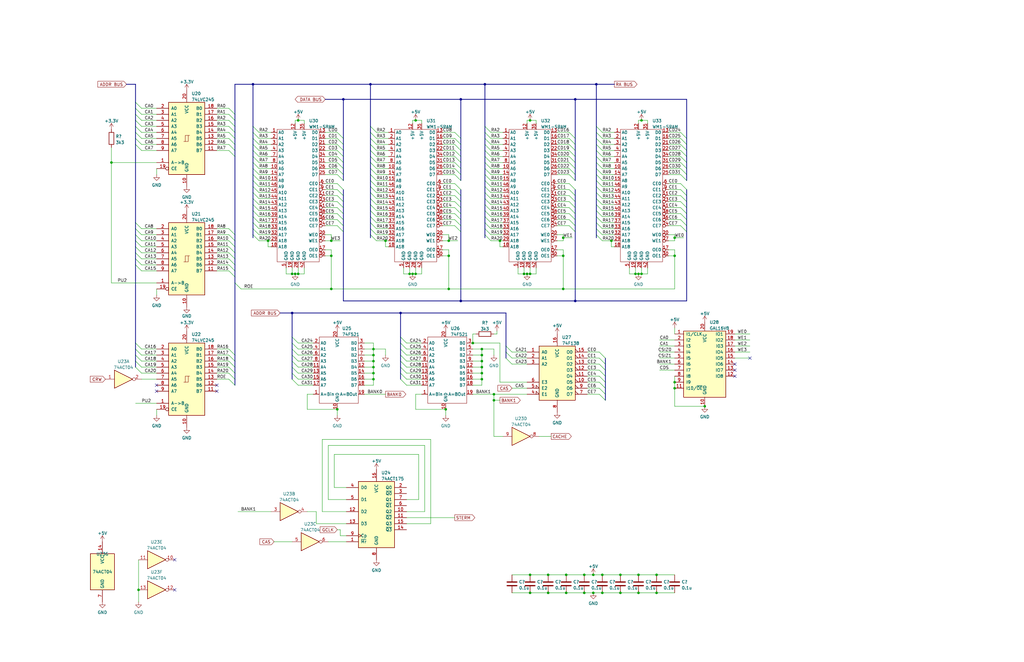
<source format=kicad_sch>
(kicad_sch (version 20211123) (generator eeschema)
  (paper "B")
  (title_block (title "16MB SRAM") (rev "1") (company "Finitron"))
  (junction (at 208.28 168.91))
  (junction (at 199.39 144.78))
  (junction (at 203.2 152.4))
  (junction (at 194.31 127))
  (junction (at 269.24 250.19))
  (junction (at 157.48 147.32))
  (junction (at 269.24 115.57))
  (junction (at 203.2 160.02))
  (junction (at 125.73 50.8))
  (junction (at 246.38 250.19))
  (junction (at 203.2 147.32))
  (junction (at 144.78 41.91))
  (junction (at 203.2 149.86))
  (junction (at 189.23 101.6))
  (junction (at 162.56 101.6))
  (junction (at 194.31 41.91))
  (junction (at 156.21 35.56))
  (junction (at 123.19 132.08))
  (junction (at 172.72 115.57))
  (junction (at 254 242.57))
  (junction (at 142.24 172.72))
  (junction (at 173.99 115.57))
  (junction (at 270.51 115.57))
  (junction (at 237.49 121.92))
  (junction (at 251.46 35.56))
  (junction (at 276.86 242.57))
  (junction (at 222.25 115.57))
  (junction (at 250.19 242.57))
  (junction (at 238.76 242.57))
  (junction (at 157.48 157.48))
  (junction (at 223.52 250.19))
  (junction (at 175.26 50.8))
  (junction (at 189.23 121.92))
  (junction (at 254 250.19))
  (junction (at 157.48 149.86))
  (junction (at 139.7 101.6))
  (junction (at 223.52 242.57))
  (junction (at 238.76 250.19))
  (junction (at 157.48 160.02))
  (junction (at 46.99 68.58))
  (junction (at 237.49 100.33))
  (junction (at 175.26 115.57))
  (junction (at 242.57 127))
  (junction (at 157.48 154.94))
  (junction (at 123.19 115.57))
  (junction (at 139.7 121.92))
  (junction (at 284.48 107.95))
  (junction (at 231.14 242.57))
  (junction (at 220.98 115.57))
  (junction (at 204.47 35.56))
  (junction (at 223.52 115.57))
  (junction (at 257.81 101.6))
  (junction (at 231.14 250.19))
  (junction (at 267.97 115.57))
  (junction (at 284.48 161.29))
  (junction (at 124.46 115.57))
  (junction (at 223.52 50.8))
  (junction (at 270.51 50.8))
  (junction (at 113.03 101.6))
  (junction (at 246.38 242.57))
  (junction (at 168.91 132.08))
  (junction (at 242.57 41.91))
  (junction (at 250.19 250.19))
  (junction (at 106.68 35.56))
  (junction (at 297.18 171.45))
  (junction (at 237.49 107.95))
  (junction (at 261.62 242.57))
  (junction (at 261.62 250.19))
  (junction (at 58.42 248.92))
  (junction (at 187.96 172.72))
  (junction (at 139.7 107.95))
  (junction (at 269.24 242.57))
  (junction (at 203.2 157.48))
  (junction (at 157.48 152.4))
  (junction (at 125.73 115.57))
  (junction (at 203.2 154.94))
  (junction (at 208.28 166.37))
  (junction (at 189.23 107.95))
  (junction (at 284.48 100.33))
  (junction (at 276.86 250.19))
  (junction (at 210.82 101.6))
  (junction (at 284.48 163.83))
  (no_connect (at 309.88 158.75))
  (no_connect (at 309.88 153.67))
  (no_connect (at 309.88 156.21))
  (no_connect (at 91.44 162.56))
  (no_connect (at 91.44 165.1))
  (no_connect (at 66.04 165.1))
  (no_connect (at 66.04 162.56))
  (no_connect (at 316.23 151.13))
  (no_connect (at 73.66 248.92))
  (no_connect (at 73.66 236.22))
  (bus_entry (at 251.46 55.88) (size 2.54 2.54))
  (bus_entry (at 204.47 68.58) (size 2.54 2.54))
  (bus_entry (at 251.46 73.66) (size 2.54 2.54))
  (bus_entry (at 123.19 152.4) (size 2.54 2.54))
  (bus_entry (at 251.46 93.98) (size 2.54 2.54))
  (bus_entry (at 156.21 91.44) (size 2.54 2.54))
  (bus_entry (at 251.46 91.44) (size 2.54 2.54))
  (bus_entry (at 204.47 76.2) (size 2.54 2.54))
  (bus_entry (at 156.21 86.36) (size 2.54 2.54))
  (bus_entry (at 191.77 87.63) (size 2.54 2.54))
  (bus_entry (at 204.47 63.5) (size 2.54 2.54))
  (bus_entry (at 240.03 87.63) (size 2.54 2.54))
  (bus_entry (at 287.02 80.01) (size 2.54 2.54))
  (bus_entry (at 156.21 53.34) (size 2.54 2.54))
  (bus_entry (at 156.21 99.06) (size 2.54 2.54))
  (bus_entry (at 204.47 66.04) (size 2.54 2.54))
  (bus_entry (at 287.02 92.71) (size 2.54 2.54))
  (bus_entry (at 287.02 90.17) (size 2.54 2.54))
  (bus_entry (at 156.21 76.2) (size 2.54 2.54))
  (bus_entry (at 251.46 99.06) (size 2.54 2.54))
  (bus_entry (at 57.15 111.76) (size 2.54 2.54))
  (bus_entry (at 204.47 81.28) (size 2.54 2.54))
  (bus_entry (at 191.77 95.25) (size 2.54 2.54))
  (bus_entry (at 251.46 81.28) (size 2.54 2.54))
  (bus_entry (at 251.46 63.5) (size 2.54 2.54))
  (bus_entry (at 191.77 82.55) (size 2.54 2.54))
  (bus_entry (at 156.21 83.82) (size 2.54 2.54))
  (bus_entry (at 191.77 90.17) (size 2.54 2.54))
  (bus_entry (at 156.21 96.52) (size 2.54 2.54))
  (bus_entry (at 123.19 157.48) (size 2.54 2.54))
  (bus_entry (at 240.03 95.25) (size 2.54 2.54))
  (bus_entry (at 191.77 80.01) (size 2.54 2.54))
  (bus_entry (at 156.21 63.5) (size 2.54 2.54))
  (bus_entry (at 251.46 76.2) (size 2.54 2.54))
  (bus_entry (at 251.46 88.9) (size 2.54 2.54))
  (bus_entry (at 123.19 142.24) (size 2.54 2.54))
  (bus_entry (at 156.21 60.96) (size 2.54 2.54))
  (bus_entry (at 287.02 77.47) (size 2.54 2.54))
  (bus_entry (at 156.21 55.88) (size 2.54 2.54))
  (bus_entry (at 251.46 66.04) (size 2.54 2.54))
  (bus_entry (at 57.15 154.94) (size 2.54 2.54))
  (bus_entry (at 57.15 152.4) (size 2.54 2.54))
  (bus_entry (at 96.52 154.94) (size 2.54 2.54))
  (bus_entry (at 96.52 157.48) (size 2.54 2.54))
  (bus_entry (at 240.03 92.71) (size 2.54 2.54))
  (bus_entry (at 123.19 144.78) (size 2.54 2.54))
  (bus_entry (at 123.19 160.02) (size 2.54 2.54))
  (bus_entry (at 240.03 82.55) (size 2.54 2.54))
  (bus_entry (at 96.52 147.32) (size 2.54 2.54))
  (bus_entry (at 96.52 114.3) (size 2.54 2.54))
  (bus_entry (at 96.52 111.76) (size 2.54 2.54))
  (bus_entry (at 96.52 152.4) (size 2.54 2.54))
  (bus_entry (at 96.52 149.86) (size 2.54 2.54))
  (bus_entry (at 96.52 104.14) (size 2.54 2.54))
  (bus_entry (at 96.52 101.6) (size 2.54 2.54))
  (bus_entry (at 96.52 109.22) (size 2.54 2.54))
  (bus_entry (at 96.52 99.06) (size 2.54 2.54))
  (bus_entry (at 96.52 106.68) (size 2.54 2.54))
  (bus_entry (at 106.68 88.9) (size 2.54 2.54))
  (bus_entry (at 106.68 73.66) (size 2.54 2.54))
  (bus_entry (at 96.52 63.5) (size 2.54 2.54))
  (bus_entry (at 96.52 53.34) (size 2.54 2.54))
  (bus_entry (at 106.68 58.42) (size 2.54 2.54))
  (bus_entry (at 106.68 60.96) (size 2.54 2.54))
  (bus_entry (at 106.68 76.2) (size 2.54 2.54))
  (bus_entry (at 106.68 78.74) (size 2.54 2.54))
  (bus_entry (at 106.68 71.12) (size 2.54 2.54))
  (bus_entry (at 106.68 99.06) (size 2.54 2.54))
  (bus_entry (at 106.68 96.52) (size 2.54 2.54))
  (bus_entry (at 96.52 96.52) (size 2.54 2.54))
  (bus_entry (at 106.68 86.36) (size 2.54 2.54))
  (bus_entry (at 106.68 91.44) (size 2.54 2.54))
  (bus_entry (at 106.68 93.98) (size 2.54 2.54))
  (bus_entry (at 106.68 81.28) (size 2.54 2.54))
  (bus_entry (at 106.68 83.82) (size 2.54 2.54))
  (bus_entry (at 106.68 63.5) (size 2.54 2.54))
  (bus_entry (at 106.68 66.04) (size 2.54 2.54))
  (bus_entry (at 106.68 68.58) (size 2.54 2.54))
  (bus_entry (at 96.52 58.42) (size 2.54 2.54))
  (bus_entry (at 96.52 55.88) (size 2.54 2.54))
  (bus_entry (at 106.68 53.34) (size 2.54 2.54))
  (bus_entry (at 106.68 55.88) (size 2.54 2.54))
  (bus_entry (at 96.52 60.96) (size 2.54 2.54))
  (bus_entry (at 96.52 48.26) (size 2.54 2.54))
  (bus_entry (at 96.52 50.8) (size 2.54 2.54))
  (bus_entry (at 96.52 45.72) (size 2.54 2.54))
  (bus_entry (at 240.03 80.01) (size 2.54 2.54))
  (bus_entry (at 156.21 66.04) (size 2.54 2.54))
  (bus_entry (at 251.46 53.34) (size 2.54 2.54))
  (bus_entry (at 156.21 93.98) (size 2.54 2.54))
  (bus_entry (at 251.46 96.52) (size 2.54 2.54))
  (bus_entry (at 191.77 85.09) (size 2.54 2.54))
  (bus_entry (at 204.47 86.36) (size 2.54 2.54))
  (bus_entry (at 252.73 148.59) (size 2.54 2.54))
  (bus_entry (at 252.73 166.37) (size 2.54 2.54))
  (bus_entry (at 252.73 163.83) (size 2.54 2.54))
  (bus_entry (at 252.73 156.21) (size 2.54 2.54))
  (bus_entry (at 252.73 151.13) (size 2.54 2.54))
  (bus_entry (at 252.73 153.67) (size 2.54 2.54))
  (bus_entry (at 252.73 158.75) (size 2.54 2.54))
  (bus_entry (at 252.73 161.29) (size 2.54 2.54))
  (bus_entry (at 251.46 78.74) (size 2.54 2.54))
  (bus_entry (at 287.02 82.55) (size 2.54 2.54))
  (bus_entry (at 204.47 60.96) (size 2.54 2.54))
  (bus_entry (at 156.21 73.66) (size 2.54 2.54))
  (bus_entry (at 156.21 81.28) (size 2.54 2.54))
  (bus_entry (at 99.06 119.38) (size 2.54 2.54))
  (bus_entry (at 204.47 83.82) (size 2.54 2.54))
  (bus_entry (at 287.02 95.25) (size 2.54 2.54))
  (bus_entry (at 287.02 87.63) (size 2.54 2.54))
  (bus_entry (at 204.47 53.34) (size 2.54 2.54))
  (bus_entry (at 240.03 90.17) (size 2.54 2.54))
  (bus_entry (at 156.21 71.12) (size 2.54 2.54))
  (bus_entry (at 204.47 73.66) (size 2.54 2.54))
  (bus_entry (at 191.77 92.71) (size 2.54 2.54))
  (bus_entry (at 251.46 86.36) (size 2.54 2.54))
  (bus_entry (at 204.47 71.12) (size 2.54 2.54))
  (bus_entry (at 251.46 60.96) (size 2.54 2.54))
  (bus_entry (at 213.36 151.13) (size 2.54 2.54))
  (bus_entry (at 213.36 146.05) (size 2.54 2.54))
  (bus_entry (at 213.36 148.59) (size 2.54 2.54))
  (bus_entry (at 168.91 147.32) (size 2.54 2.54))
  (bus_entry (at 168.91 149.86) (size 2.54 2.54))
  (bus_entry (at 168.91 144.78) (size 2.54 2.54))
  (bus_entry (at 168.91 152.4) (size 2.54 2.54))
  (bus_entry (at 168.91 160.02) (size 2.54 2.54))
  (bus_entry (at 168.91 154.94) (size 2.54 2.54))
  (bus_entry (at 168.91 157.48) (size 2.54 2.54))
  (bus_entry (at 57.15 144.78) (size 2.54 2.54))
  (bus_entry (at 57.15 147.32) (size 2.54 2.54))
  (bus_entry (at 57.15 149.86) (size 2.54 2.54))
  (bus_entry (at 57.15 104.14) (size 2.54 2.54))
  (bus_entry (at 57.15 109.22) (size 2.54 2.54))
  (bus_entry (at 57.15 106.68) (size 2.54 2.54))
  (bus_entry (at 57.15 99.06) (size 2.54 2.54))
  (bus_entry (at 57.15 101.6) (size 2.54 2.54))
  (bus_entry (at 57.15 53.34) (size 2.54 2.54))
  (bus_entry (at 57.15 45.72) (size 2.54 2.54))
  (bus_entry (at 57.15 43.18) (size 2.54 2.54))
  (bus_entry (at 57.15 48.26) (size 2.54 2.54))
  (bus_entry (at 57.15 50.8) (size 2.54 2.54))
  (bus_entry (at 57.15 58.42) (size 2.54 2.54))
  (bus_entry (at 57.15 60.96) (size 2.54 2.54))
  (bus_entry (at 57.15 55.88) (size 2.54 2.54))
  (bus_entry (at 57.15 96.52) (size 2.54 2.54))
  (bus_entry (at 57.15 93.98) (size 2.54 2.54))
  (bus_entry (at 204.47 93.98) (size 2.54 2.54))
  (bus_entry (at 123.19 147.32) (size 2.54 2.54))
  (bus_entry (at 156.21 58.42) (size 2.54 2.54))
  (bus_entry (at 204.47 58.42) (size 2.54 2.54))
  (bus_entry (at 96.52 160.02) (size 2.54 2.54))
  (bus_entry (at 142.24 82.55) (size 2.54 2.54))
  (bus_entry (at 142.24 80.01) (size 2.54 2.54))
  (bus_entry (at 142.24 77.47) (size 2.54 2.54))
  (bus_entry (at 142.24 87.63) (size 2.54 2.54))
  (bus_entry (at 142.24 90.17) (size 2.54 2.54))
  (bus_entry (at 142.24 92.71) (size 2.54 2.54))
  (bus_entry (at 142.24 95.25) (size 2.54 2.54))
  (bus_entry (at 142.24 85.09) (size 2.54 2.54))
  (bus_entry (at 204.47 91.44) (size 2.54 2.54))
  (bus_entry (at 287.02 85.09) (size 2.54 2.54))
  (bus_entry (at 204.47 96.52) (size 2.54 2.54))
  (bus_entry (at 251.46 83.82) (size 2.54 2.54))
  (bus_entry (at 251.46 71.12) (size 2.54 2.54))
  (bus_entry (at 123.19 154.94) (size 2.54 2.54))
  (bus_entry (at 204.47 88.9) (size 2.54 2.54))
  (bus_entry (at 251.46 58.42) (size 2.54 2.54))
  (bus_entry (at 156.21 78.74) (size 2.54 2.54))
  (bus_entry (at 191.77 77.47) (size 2.54 2.54))
  (bus_entry (at 204.47 99.06) (size 2.54 2.54))
  (bus_entry (at 240.03 77.47) (size 2.54 2.54))
  (bus_entry (at 156.21 68.58) (size 2.54 2.54))
  (bus_entry (at 156.21 88.9) (size 2.54 2.54))
  (bus_entry (at 251.46 68.58) (size 2.54 2.54))
  (bus_entry (at 240.03 85.09) (size 2.54 2.54))
  (bus_entry (at 123.19 149.86) (size 2.54 2.54))
  (bus_entry (at 204.47 78.74) (size 2.54 2.54))
  (bus_entry (at 168.91 142.24) (size 2.54 2.54))
  (bus_entry (at 142.24 60.96) (size 2.54 2.54))
  (bus_entry (at 142.24 55.88) (size 2.54 2.54))
  (bus_entry (at 142.24 58.42) (size 2.54 2.54))
  (bus_entry (at 142.24 63.5) (size 2.54 2.54))
  (bus_entry (at 142.24 68.58) (size 2.54 2.54))
  (bus_entry (at 142.24 73.66) (size 2.54 2.54))
  (bus_entry (at 142.24 71.12) (size 2.54 2.54))
  (bus_entry (at 142.24 66.04) (size 2.54 2.54))
  (bus_entry (at 191.77 71.12) (size 2.54 2.54))
  (bus_entry (at 191.77 66.04) (size 2.54 2.54))
  (bus_entry (at 191.77 63.5) (size 2.54 2.54))
  (bus_entry (at 191.77 68.58) (size 2.54 2.54))
  (bus_entry (at 191.77 60.96) (size 2.54 2.54))
  (bus_entry (at 191.77 73.66) (size 2.54 2.54))
  (bus_entry (at 191.77 58.42) (size 2.54 2.54))
  (bus_entry (at 191.77 55.88) (size 2.54 2.54))
  (bus_entry (at 287.02 68.58) (size 2.54 2.54))
  (bus_entry (at 287.02 66.04) (size 2.54 2.54))
  (bus_entry (at 287.02 71.12) (size 2.54 2.54))
  (bus_entry (at 240.03 73.66) (size 2.54 2.54))
  (bus_entry (at 240.03 71.12) (size 2.54 2.54))
  (bus_entry (at 240.03 68.58) (size 2.54 2.54))
  (bus_entry (at 240.03 66.04) (size 2.54 2.54))
  (bus_entry (at 240.03 63.5) (size 2.54 2.54))
  (bus_entry (at 287.02 63.5) (size 2.54 2.54))
  (bus_entry (at 287.02 60.96) (size 2.54 2.54))
  (bus_entry (at 287.02 55.88) (size 2.54 2.54))
  (bus_entry (at 287.02 58.42) (size 2.54 2.54))
  (bus_entry (at 240.03 60.96) (size 2.54 2.54))
  (bus_entry (at 240.03 58.42) (size 2.54 2.54))
  (bus_entry (at 240.03 55.88) (size 2.54 2.54))
  (bus_entry (at 287.02 73.66) (size 2.54 2.54))
  (bus_entry (at 204.47 55.88) (size 2.54 2.54))
  (wire (pts (xy 137.16 85.09) (xy 142.24 85.09)))
  (wire (pts (xy 46.99 68.58) (xy 66.04 68.58)))
  (bus (pts (xy 156.21 35.56) (xy 156.21 53.34)))
  (wire (pts (xy 96.52 45.72) (xy 91.44 45.72)))
  (wire (pts (xy 259.08 88.9) (xy 254 88.9)))
  (wire (pts (xy 212.09 86.36) (xy 207.01 86.36)))
  (wire (pts (xy 96.52 157.48) (xy 91.44 157.48)))
  (wire (pts (xy 177.8 154.94) (xy 171.45 154.94)))
  (bus (pts (xy 156.21 96.52) (xy 156.21 99.06)))
  (bus (pts (xy 255.27 153.67) (xy 255.27 151.13)))
  (wire (pts (xy 281.94 68.58) (xy 287.02 68.58)))
  (bus (pts (xy 57.15 43.18) (xy 57.15 35.56)))
  (wire (pts (xy 96.52 147.32) (xy 91.44 147.32)))
  (wire (pts (xy 189.23 107.95) (xy 186.69 107.95)))
  (bus (pts (xy 57.15 99.06) (xy 57.15 96.52)))
  (wire (pts (xy 259.08 78.74) (xy 254 78.74)))
  (wire (pts (xy 91.44 160.02) (xy 96.52 160.02)))
  (wire (pts (xy 269.24 52.07) (xy 269.24 50.8)))
  (bus (pts (xy 204.47 93.98) (xy 204.47 96.52)))
  (wire (pts (xy 153.67 152.4) (xy 157.48 152.4)))
  (wire (pts (xy 227.33 184.15) (xy 232.41 184.15)))
  (bus (pts (xy 144.78 73.66) (xy 144.78 76.2)))
  (wire (pts (xy 176.53 210.82) (xy 176.53 191.77)))
  (bus (pts (xy 242.57 95.25) (xy 242.57 97.79)))
  (bus (pts (xy 99.06 55.88) (xy 99.06 53.34)))
  (bus (pts (xy 204.47 81.28) (xy 204.47 83.82)))
  (wire (pts (xy 199.39 166.37) (xy 208.28 166.37)))
  (bus (pts (xy 57.15 60.96) (xy 57.15 58.42)))
  (bus (pts (xy 242.57 58.42) (xy 242.57 41.91)))
  (wire (pts (xy 125.73 113.03) (xy 125.73 115.57)))
  (wire (pts (xy 132.08 152.4) (xy 125.73 152.4)))
  (wire (pts (xy 259.08 58.42) (xy 254 58.42)))
  (wire (pts (xy 114.3 73.66) (xy 109.22 73.66)))
  (wire (pts (xy 96.52 60.96) (xy 91.44 60.96)))
  (bus (pts (xy 57.15 58.42) (xy 57.15 55.88)))
  (bus (pts (xy 99.06 116.84) (xy 99.06 114.3)))
  (wire (pts (xy 284.48 100.33) (xy 284.48 99.06)))
  (bus (pts (xy 242.57 41.91) (xy 194.31 41.91)))
  (bus (pts (xy 289.56 80.01) (xy 289.56 82.55)))
  (bus (pts (xy 194.31 97.79) (xy 194.31 127)))
  (bus (pts (xy 204.47 83.82) (xy 204.47 86.36)))
  (wire (pts (xy 237.49 101.6) (xy 234.95 101.6)))
  (bus (pts (xy 289.56 41.91) (xy 242.57 41.91)))
  (bus (pts (xy 204.47 86.36) (xy 204.47 88.9)))
  (wire (pts (xy 138.43 187.96) (xy 138.43 210.82)))
  (wire (pts (xy 281.94 66.04) (xy 287.02 66.04)))
  (bus (pts (xy 57.15 53.34) (xy 57.15 50.8)))
  (wire (pts (xy 162.56 101.6) (xy 158.75 101.6)))
  (wire (pts (xy 142.24 175.26) (xy 142.24 172.72)))
  (wire (pts (xy 186.69 82.55) (xy 191.77 82.55)))
  (wire (pts (xy 66.04 170.18) (xy 57.15 170.18)))
  (wire (pts (xy 163.83 55.88) (xy 158.75 55.88)))
  (wire (pts (xy 177.8 157.48) (xy 171.45 157.48)))
  (wire (pts (xy 261.62 250.19) (xy 269.24 250.19)))
  (wire (pts (xy 137.16 66.04) (xy 142.24 66.04)))
  (wire (pts (xy 173.99 115.57) (xy 175.26 115.57)))
  (bus (pts (xy 156.21 71.12) (xy 156.21 73.66)))
  (wire (pts (xy 114.3 76.2) (xy 109.22 76.2)))
  (bus (pts (xy 156.21 83.82) (xy 156.21 86.36)))
  (bus (pts (xy 57.15 106.68) (xy 57.15 104.14)))
  (bus (pts (xy 255.27 161.29) (xy 255.27 158.75)))
  (bus (pts (xy 204.47 35.56) (xy 204.47 53.34)))
  (bus (pts (xy 242.57 82.55) (xy 242.57 85.09)))
  (wire (pts (xy 203.2 160.02) (xy 203.2 157.48)))
  (wire (pts (xy 58.42 236.22) (xy 58.42 248.92)))
  (wire (pts (xy 137.16 87.63) (xy 142.24 87.63)))
  (wire (pts (xy 114.3 66.04) (xy 109.22 66.04)))
  (bus (pts (xy 194.31 58.42) (xy 194.31 41.91)))
  (bus (pts (xy 106.68 99.06) (xy 106.68 100.33)))
  (wire (pts (xy 212.09 91.44) (xy 207.01 91.44)))
  (wire (pts (xy 157.48 149.86) (xy 157.48 147.32)))
  (bus (pts (xy 213.36 146.05) (xy 213.36 132.08)))
  (wire (pts (xy 186.69 80.01) (xy 191.77 80.01)))
  (wire (pts (xy 281.94 105.41) (xy 284.48 105.41)))
  (bus (pts (xy 144.78 60.96) (xy 144.78 63.5)))
  (bus (pts (xy 144.78 66.04) (xy 144.78 68.58)))
  (wire (pts (xy 222.25 148.59) (xy 215.9 148.59)))
  (wire (pts (xy 234.95 68.58) (xy 240.03 68.58)))
  (wire (pts (xy 281.94 63.5) (xy 287.02 63.5)))
  (wire (pts (xy 259.08 93.98) (xy 254 93.98)))
  (wire (pts (xy 66.04 106.68) (xy 59.69 106.68)))
  (wire (pts (xy 170.18 113.03) (xy 170.18 115.57)))
  (wire (pts (xy 281.94 71.12) (xy 287.02 71.12)))
  (wire (pts (xy 309.88 140.97) (xy 316.23 140.97)))
  (wire (pts (xy 96.52 99.06) (xy 91.44 99.06)))
  (bus (pts (xy 242.57 87.63) (xy 242.57 90.17)))
  (bus (pts (xy 289.56 82.55) (xy 289.56 85.09)))
  (wire (pts (xy 163.83 71.12) (xy 158.75 71.12)))
  (bus (pts (xy 144.78 87.63) (xy 144.78 90.17)))
  (wire (pts (xy 58.42 248.92) (xy 58.42 254)))
  (wire (pts (xy 66.04 147.32) (xy 59.69 147.32)))
  (wire (pts (xy 226.06 115.57) (xy 226.06 113.03)))
  (wire (pts (xy 186.69 87.63) (xy 191.77 87.63)))
  (wire (pts (xy 269.24 242.57) (xy 276.86 242.57)))
  (bus (pts (xy 156.21 60.96) (xy 156.21 63.5)))
  (wire (pts (xy 186.69 71.12) (xy 191.77 71.12)))
  (wire (pts (xy 125.73 50.8) (xy 128.27 50.8)))
  (wire (pts (xy 175.26 50.8) (xy 177.8 50.8)))
  (wire (pts (xy 139.7 121.92) (xy 189.23 121.92)))
  (wire (pts (xy 203.2 157.48) (xy 203.2 154.94)))
  (wire (pts (xy 257.81 104.14) (xy 257.81 101.6)))
  (wire (pts (xy 284.48 158.75) (xy 284.48 161.29)))
  (bus (pts (xy 123.19 144.78) (xy 123.19 147.32)))
  (wire (pts (xy 208.28 184.15) (xy 212.09 184.15)))
  (bus (pts (xy 57.15 93.98) (xy 57.15 60.96)))
  (wire (pts (xy 189.23 101.6) (xy 189.23 99.06)))
  (bus (pts (xy 99.06 50.8) (xy 99.06 48.26)))
  (wire (pts (xy 114.3 58.42) (xy 109.22 58.42)))
  (wire (pts (xy 234.95 66.04) (xy 240.03 66.04)))
  (wire (pts (xy 259.08 91.44) (xy 254 91.44)))
  (wire (pts (xy 179.07 215.9) (xy 179.07 187.96)))
  (bus (pts (xy 156.21 58.42) (xy 156.21 60.96)))
  (bus (pts (xy 57.15 101.6) (xy 57.15 99.06)))
  (bus (pts (xy 156.21 86.36) (xy 156.21 88.9)))
  (wire (pts (xy 212.09 104.14) (xy 210.82 104.14)))
  (wire (pts (xy 212.09 55.88) (xy 207.01 55.88)))
  (wire (pts (xy 137.16 60.96) (xy 142.24 60.96)))
  (wire (pts (xy 223.52 250.19) (xy 231.14 250.19)))
  (wire (pts (xy 223.52 113.03) (xy 223.52 115.57)))
  (wire (pts (xy 137.16 63.5) (xy 142.24 63.5)))
  (wire (pts (xy 259.08 101.6) (xy 257.81 101.6)))
  (wire (pts (xy 133.35 220.98) (xy 133.35 215.9)))
  (wire (pts (xy 163.83 76.2) (xy 158.75 76.2)))
  (wire (pts (xy 125.73 115.57) (xy 128.27 115.57)))
  (wire (pts (xy 66.04 154.94) (xy 59.69 154.94)))
  (wire (pts (xy 186.69 55.88) (xy 191.77 55.88)))
  (wire (pts (xy 163.83 73.66) (xy 158.75 73.66)))
  (wire (pts (xy 234.95 87.63) (xy 240.03 87.63)))
  (wire (pts (xy 234.95 85.09) (xy 240.03 85.09)))
  (bus (pts (xy 57.15 104.14) (xy 57.15 101.6)))
  (bus (pts (xy 242.57 66.04) (xy 242.57 63.5)))
  (wire (pts (xy 153.67 154.94) (xy 157.48 154.94)))
  (wire (pts (xy 66.04 104.14) (xy 59.69 104.14)))
  (wire (pts (xy 259.08 73.66) (xy 254 73.66)))
  (wire (pts (xy 46.99 62.23) (xy 46.99 68.58)))
  (wire (pts (xy 284.48 99.06) (xy 281.94 99.06)))
  (wire (pts (xy 137.16 58.42) (xy 142.24 58.42)))
  (bus (pts (xy 106.68 60.96) (xy 106.68 63.5)))
  (bus (pts (xy 251.46 35.56) (xy 259.08 35.56)))
  (wire (pts (xy 137.16 105.41) (xy 139.7 105.41)))
  (bus (pts (xy 156.21 53.34) (xy 156.21 55.88)))
  (wire (pts (xy 246.38 250.19) (xy 250.19 250.19)))
  (bus (pts (xy 57.15 55.88) (xy 57.15 53.34)))
  (wire (pts (xy 223.52 242.57) (xy 231.14 242.57)))
  (wire (pts (xy 163.83 104.14) (xy 162.56 104.14)))
  (wire (pts (xy 212.09 88.9) (xy 207.01 88.9)))
  (wire (pts (xy 66.04 111.76) (xy 59.69 111.76)))
  (bus (pts (xy 57.15 147.32) (xy 57.15 144.78)))
  (bus (pts (xy 156.21 55.88) (xy 156.21 58.42)))
  (wire (pts (xy 259.08 66.04) (xy 254 66.04)))
  (wire (pts (xy 175.26 113.03) (xy 175.26 115.57)))
  (bus (pts (xy 168.91 142.24) (xy 168.91 144.78)))
  (wire (pts (xy 200.66 140.97) (xy 199.39 140.97)))
  (wire (pts (xy 140.97 191.77) (xy 140.97 205.74)))
  (wire (pts (xy 46.99 119.38) (xy 46.99 68.58)))
  (wire (pts (xy 173.99 52.07) (xy 173.99 50.8)))
  (wire (pts (xy 212.09 101.6) (xy 210.82 101.6)))
  (bus (pts (xy 204.47 76.2) (xy 204.47 78.74)))
  (bus (pts (xy 289.56 76.2) (xy 289.56 73.66)))
  (wire (pts (xy 212.09 81.28) (xy 207.01 81.28)))
  (wire (pts (xy 143.51 226.06) (xy 143.51 223.52)))
  (wire (pts (xy 124.46 115.57) (xy 125.73 115.57)))
  (bus (pts (xy 242.57 76.2) (xy 242.57 73.66)))
  (wire (pts (xy 186.69 85.09) (xy 191.77 85.09)))
  (bus (pts (xy 251.46 76.2) (xy 251.46 78.74)))
  (wire (pts (xy 171.45 144.78) (xy 177.8 144.78)))
  (wire (pts (xy 281.94 73.66) (xy 287.02 73.66)))
  (bus (pts (xy 255.27 168.91) (xy 255.27 166.37)))
  (bus (pts (xy 168.91 132.08) (xy 123.19 132.08)))
  (wire (pts (xy 114.3 104.14) (xy 113.03 104.14)))
  (bus (pts (xy 57.15 152.4) (xy 57.15 149.86)))
  (bus (pts (xy 99.06 104.14) (xy 99.06 101.6)))
  (bus (pts (xy 194.31 127) (xy 242.57 127)))
  (bus (pts (xy 213.36 151.13) (xy 213.36 148.59)))
  (wire (pts (xy 284.48 140.97) (xy 284.48 138.43)))
  (bus (pts (xy 251.46 35.56) (xy 204.47 35.56)))
  (bus (pts (xy 156.21 93.98) (xy 156.21 96.52)))
  (bus (pts (xy 99.06 109.22) (xy 99.06 106.68)))
  (wire (pts (xy 189.23 121.92) (xy 237.49 121.92)))
  (wire (pts (xy 186.69 105.41) (xy 189.23 105.41)))
  (wire (pts (xy 114.3 91.44) (xy 109.22 91.44)))
  (bus (pts (xy 99.06 157.48) (xy 99.06 154.94)))
  (wire (pts (xy 125.73 144.78) (xy 132.08 144.78)))
  (wire (pts (xy 281.94 77.47) (xy 287.02 77.47)))
  (wire (pts (xy 66.04 157.48) (xy 59.69 157.48)))
  (wire (pts (xy 176.53 191.77) (xy 140.97 191.77)))
  (wire (pts (xy 114.3 55.88) (xy 109.22 55.88)))
  (wire (pts (xy 163.83 60.96) (xy 158.75 60.96)))
  (wire (pts (xy 66.04 101.6) (xy 59.69 101.6)))
  (bus (pts (xy 57.15 149.86) (xy 57.15 147.32)))
  (bus (pts (xy 144.78 63.5) (xy 144.78 66.04)))
  (wire (pts (xy 66.04 63.5) (xy 59.69 63.5)))
  (wire (pts (xy 309.88 143.51) (xy 316.23 143.51)))
  (wire (pts (xy 163.83 86.36) (xy 158.75 86.36)))
  (bus (pts (xy 57.15 45.72) (xy 57.15 43.18)))
  (wire (pts (xy 157.48 144.78) (xy 157.48 147.32)))
  (bus (pts (xy 251.46 71.12) (xy 251.46 73.66)))
  (wire (pts (xy 199.39 149.86) (xy 203.2 149.86)))
  (bus (pts (xy 156.21 63.5) (xy 156.21 66.04)))
  (wire (pts (xy 189.23 107.95) (xy 189.23 121.92)))
  (bus (pts (xy 194.31 66.04) (xy 194.31 63.5)))
  (wire (pts (xy 208.28 147.32) (xy 208.28 149.86)))
  (wire (pts (xy 66.04 152.4) (xy 59.69 152.4)))
  (bus (pts (xy 106.68 35.56) (xy 106.68 53.34)))
  (bus (pts (xy 251.46 58.42) (xy 251.46 60.96)))
  (wire (pts (xy 66.04 50.8) (xy 59.69 50.8)))
  (wire (pts (xy 96.52 152.4) (xy 91.44 152.4)))
  (wire (pts (xy 163.83 88.9) (xy 158.75 88.9)))
  (bus (pts (xy 99.06 160.02) (xy 99.06 157.48)))
  (wire (pts (xy 186.69 60.96) (xy 191.77 60.96)))
  (wire (pts (xy 270.51 50.8) (xy 273.05 50.8)))
  (bus (pts (xy 204.47 60.96) (xy 204.47 63.5)))
  (wire (pts (xy 186.69 66.04) (xy 191.77 66.04)))
  (wire (pts (xy 250.19 250.19) (xy 254 250.19)))
  (wire (pts (xy 281.94 92.71) (xy 287.02 92.71)))
  (wire (pts (xy 157.48 154.94) (xy 157.48 152.4)))
  (wire (pts (xy 137.16 95.25) (xy 142.24 95.25)))
  (bus (pts (xy 204.47 63.5) (xy 204.47 66.04)))
  (bus (pts (xy 106.68 58.42) (xy 106.68 60.96)))
  (wire (pts (xy 163.83 68.58) (xy 158.75 68.58)))
  (wire (pts (xy 113.03 101.6) (xy 109.22 101.6)))
  (wire (pts (xy 96.52 114.3) (xy 91.44 114.3)))
  (bus (pts (xy 289.56 73.66) (xy 289.56 71.12)))
  (wire (pts (xy 259.08 96.52) (xy 254 96.52)))
  (wire (pts (xy 96.52 58.42) (xy 91.44 58.42)))
  (bus (pts (xy 168.91 152.4) (xy 168.91 154.94)))
  (bus (pts (xy 289.56 85.09) (xy 289.56 87.63)))
  (bus (pts (xy 106.68 96.52) (xy 106.68 99.06)))
  (wire (pts (xy 247.65 158.75) (xy 252.73 158.75)))
  (wire (pts (xy 186.69 73.66) (xy 191.77 73.66)))
  (wire (pts (xy 237.49 100.33) (xy 237.49 101.6)))
  (wire (pts (xy 234.95 82.55) (xy 240.03 82.55)))
  (wire (pts (xy 281.94 82.55) (xy 287.02 82.55)))
  (wire (pts (xy 210.82 104.14) (xy 210.82 101.6)))
  (bus (pts (xy 156.21 68.58) (xy 156.21 71.12)))
  (wire (pts (xy 281.94 101.6) (xy 284.48 101.6)))
  (wire (pts (xy 254 242.57) (xy 261.62 242.57)))
  (wire (pts (xy 96.52 149.86) (xy 91.44 149.86)))
  (bus (pts (xy 106.68 73.66) (xy 106.68 76.2)))
  (wire (pts (xy 261.62 242.57) (xy 269.24 242.57)))
  (wire (pts (xy 203.2 154.94) (xy 203.2 152.4)))
  (bus (pts (xy 144.78 95.25) (xy 144.78 97.79)))
  (wire (pts (xy 222.25 115.57) (xy 223.52 115.57)))
  (wire (pts (xy 96.52 106.68) (xy 91.44 106.68)))
  (bus (pts (xy 123.19 147.32) (xy 123.19 149.86)))
  (bus (pts (xy 106.68 63.5) (xy 106.68 66.04)))
  (bus (pts (xy 251.46 53.34) (xy 251.46 55.88)))
  (bus (pts (xy 144.78 127) (xy 194.31 127)))
  (wire (pts (xy 218.44 115.57) (xy 220.98 115.57)))
  (wire (pts (xy 189.23 105.41) (xy 189.23 107.95)))
  (wire (pts (xy 137.16 90.17) (xy 142.24 90.17)))
  (wire (pts (xy 114.3 101.6) (xy 113.03 101.6)))
  (wire (pts (xy 175.26 115.57) (xy 177.8 115.57)))
  (wire (pts (xy 66.04 71.12) (xy 66.04 73.66)))
  (wire (pts (xy 163.83 96.52) (xy 158.75 96.52)))
  (wire (pts (xy 234.95 71.12) (xy 240.03 71.12)))
  (wire (pts (xy 209.55 140.97) (xy 209.55 139.7)))
  (wire (pts (xy 96.52 50.8) (xy 91.44 50.8)))
  (wire (pts (xy 146.05 226.06) (xy 143.51 226.06)))
  (wire (pts (xy 284.48 107.95) (xy 281.94 107.95)))
  (wire (pts (xy 269.24 250.19) (xy 276.86 250.19)))
  (wire (pts (xy 259.08 83.82) (xy 254 83.82)))
  (wire (pts (xy 186.69 92.71) (xy 191.77 92.71)))
  (bus (pts (xy 99.06 154.94) (xy 99.06 152.4)))
  (wire (pts (xy 138.43 210.82) (xy 146.05 210.82)))
  (wire (pts (xy 143.51 223.52) (xy 142.24 223.52)))
  (bus (pts (xy 156.21 78.74) (xy 156.21 81.28)))
  (bus (pts (xy 57.15 96.52) (xy 57.15 93.98)))
  (bus (pts (xy 242.57 97.79) (xy 242.57 127)))
  (wire (pts (xy 153.67 160.02) (xy 157.48 160.02)))
  (wire (pts (xy 309.88 151.13) (xy 316.23 151.13)))
  (bus (pts (xy 194.31 80.01) (xy 194.31 82.55)))
  (wire (pts (xy 284.48 105.41) (xy 284.48 107.95)))
  (wire (pts (xy 66.04 53.34) (xy 59.69 53.34)))
  (wire (pts (xy 137.16 77.47) (xy 142.24 77.47)))
  (wire (pts (xy 281.94 85.09) (xy 287.02 85.09)))
  (wire (pts (xy 66.04 48.26) (xy 59.69 48.26)))
  (wire (pts (xy 137.16 73.66) (xy 142.24 73.66)))
  (wire (pts (xy 96.52 96.52) (xy 91.44 96.52)))
  (wire (pts (xy 208.28 166.37) (xy 208.28 168.91)))
  (wire (pts (xy 96.52 101.6) (xy 91.44 101.6)))
  (bus (pts (xy 194.31 41.91) (xy 144.78 41.91)))
  (wire (pts (xy 96.52 55.88) (xy 91.44 55.88)))
  (wire (pts (xy 139.7 105.41) (xy 139.7 107.95)))
  (bus (pts (xy 57.15 109.22) (xy 57.15 106.68)))
  (wire (pts (xy 129.54 166.37) (xy 129.54 172.72)))
  (wire (pts (xy 273.05 115.57) (xy 273.05 113.03)))
  (bus (pts (xy 144.78 80.01) (xy 144.78 82.55)))
  (bus (pts (xy 289.56 60.96) (xy 289.56 58.42)))
  (bus (pts (xy 289.56 66.04) (xy 289.56 63.5)))
  (wire (pts (xy 132.08 157.48) (xy 125.73 157.48)))
  (bus (pts (xy 289.56 90.17) (xy 289.56 92.71)))
  (wire (pts (xy 212.09 71.12) (xy 207.01 71.12)))
  (bus (pts (xy 106.68 88.9) (xy 106.68 91.44)))
  (bus (pts (xy 213.36 148.59) (xy 213.36 146.05)))
  (bus (pts (xy 106.68 55.88) (xy 106.68 58.42)))
  (bus (pts (xy 57.15 48.26) (xy 57.15 45.72)))
  (wire (pts (xy 234.95 77.47) (xy 240.03 77.47)))
  (wire (pts (xy 163.83 91.44) (xy 158.75 91.44)))
  (bus (pts (xy 194.31 90.17) (xy 194.31 92.71)))
  (wire (pts (xy 137.16 55.88) (xy 142.24 55.88)))
  (bus (pts (xy 251.46 73.66) (xy 251.46 76.2)))
  (bus (pts (xy 53.34 35.56) (xy 57.15 35.56)))
  (wire (pts (xy 199.39 154.94) (xy 203.2 154.94)))
  (wire (pts (xy 163.83 78.74) (xy 158.75 78.74)))
  (wire (pts (xy 124.46 52.07) (xy 124.46 50.8)))
  (bus (pts (xy 194.31 92.71) (xy 194.31 95.25)))
  (bus (pts (xy 57.15 109.22) (xy 57.15 111.76)))
  (wire (pts (xy 137.16 82.55) (xy 142.24 82.55)))
  (wire (pts (xy 259.08 86.36) (xy 254 86.36)))
  (wire (pts (xy 281.94 80.01) (xy 287.02 80.01)))
  (wire (pts (xy 250.19 242.57) (xy 254 242.57)))
  (wire (pts (xy 234.95 90.17) (xy 240.03 90.17)))
  (bus (pts (xy 251.46 78.74) (xy 251.46 81.28)))
  (bus (pts (xy 194.31 71.12) (xy 194.31 68.58)))
  (bus (pts (xy 123.19 149.86) (xy 123.19 152.4)))
  (wire (pts (xy 153.67 166.37) (xy 162.56 166.37)))
  (wire (pts (xy 212.09 66.04) (xy 207.01 66.04)))
  (bus (pts (xy 194.31 60.96) (xy 194.31 58.42)))
  (bus (pts (xy 57.15 154.94) (xy 57.15 152.4)))
  (bus (pts (xy 289.56 58.42) (xy 289.56 41.91)))
  (wire (pts (xy 186.69 101.6) (xy 189.23 101.6)))
  (wire (pts (xy 139.7 101.6) (xy 137.16 101.6)))
  (wire (pts (xy 203.2 147.32) (xy 208.28 147.32)))
  (wire (pts (xy 132.08 147.32) (xy 125.73 147.32)))
  (wire (pts (xy 114.3 93.98) (xy 109.22 93.98)))
  (wire (pts (xy 281.94 58.42) (xy 287.02 58.42)))
  (bus (pts (xy 242.57 71.12) (xy 242.57 68.58)))
  (bus (pts (xy 289.56 97.79) (xy 289.56 127)))
  (bus (pts (xy 251.46 88.9) (xy 251.46 91.44)))
  (bus (pts (xy 255.27 158.75) (xy 255.27 156.21)))
  (wire (pts (xy 163.83 101.6) (xy 162.56 101.6)))
  (wire (pts (xy 139.7 107.95) (xy 137.16 107.95)))
  (bus (pts (xy 168.91 154.94) (xy 168.91 157.48)))
  (bus (pts (xy 57.15 50.8) (xy 57.15 48.26)))
  (bus (pts (xy 106.68 86.36) (xy 106.68 88.9)))
  (wire (pts (xy 212.09 60.96) (xy 207.01 60.96)))
  (wire (pts (xy 212.09 58.42) (xy 207.01 58.42)))
  (bus (pts (xy 144.78 92.71) (xy 144.78 95.25)))
  (wire (pts (xy 234.95 73.66) (xy 240.03 73.66)))
  (wire (pts (xy 146.05 220.98) (xy 133.35 220.98)))
  (wire (pts (xy 220.98 113.03) (xy 220.98 115.57)))
  (bus (pts (xy 194.31 63.5) (xy 194.31 60.96)))
  (bus (pts (xy 289.56 63.5) (xy 289.56 60.96)))
  (wire (pts (xy 284.48 101.6) (xy 284.48 100.33)))
  (wire (pts (xy 114.3 99.06) (xy 109.22 99.06)))
  (wire (pts (xy 140.97 205.74) (xy 146.05 205.74)))
  (wire (pts (xy 137.16 99.06) (xy 139.7 99.06)))
  (wire (pts (xy 163.83 93.98) (xy 158.75 93.98)))
  (wire (pts (xy 259.08 68.58) (xy 254 68.58)))
  (wire (pts (xy 265.43 113.03) (xy 265.43 115.57)))
  (wire (pts (xy 281.94 60.96) (xy 287.02 60.96)))
  (wire (pts (xy 246.38 242.57) (xy 250.19 242.57)))
  (bus (pts (xy 251.46 35.56) (xy 251.46 53.34)))
  (wire (pts (xy 222.25 153.67) (xy 215.9 153.67)))
  (wire (pts (xy 212.09 83.82) (xy 207.01 83.82)))
  (wire (pts (xy 259.08 71.12) (xy 254 71.12)))
  (bus (pts (xy 204.47 53.34) (xy 204.47 55.88)))
  (bus (pts (xy 144.78 97.79) (xy 144.78 127)))
  (wire (pts (xy 186.69 77.47) (xy 191.77 77.47)))
  (wire (pts (xy 212.09 68.58) (xy 207.01 68.58)))
  (wire (pts (xy 114.3 60.96) (xy 109.22 60.96)))
  (bus (pts (xy 194.31 87.63) (xy 194.31 90.17)))
  (wire (pts (xy 199.39 140.97) (xy 199.39 144.78)))
  (wire (pts (xy 284.48 153.67) (xy 278.13 153.67)))
  (wire (pts (xy 215.9 242.57) (xy 223.52 242.57)))
  (bus (pts (xy 251.46 86.36) (xy 251.46 88.9)))
  (bus (pts (xy 123.19 132.08) (xy 118.11 132.08)))
  (wire (pts (xy 208.28 168.91) (xy 208.28 184.15)))
  (wire (pts (xy 231.14 250.19) (xy 238.76 250.19)))
  (bus (pts (xy 106.68 76.2) (xy 106.68 78.74)))
  (bus (pts (xy 168.91 144.78) (xy 168.91 147.32)))
  (bus (pts (xy 251.46 93.98) (xy 251.46 96.52)))
  (wire (pts (xy 186.69 58.42) (xy 191.77 58.42)))
  (wire (pts (xy 114.3 71.12) (xy 109.22 71.12)))
  (wire (pts (xy 128.27 115.57) (xy 128.27 113.03)))
  (bus (pts (xy 99.06 99.06) (xy 99.06 66.04)))
  (bus (pts (xy 168.91 132.08) (xy 168.91 142.24)))
  (wire (pts (xy 281.94 87.63) (xy 287.02 87.63)))
  (wire (pts (xy 203.2 152.4) (xy 203.2 149.86)))
  (bus (pts (xy 194.31 76.2) (xy 194.31 73.66)))
  (wire (pts (xy 124.46 50.8) (xy 125.73 50.8)))
  (bus (pts (xy 251.46 81.28) (xy 251.46 83.82)))
  (wire (pts (xy 123.19 115.57) (xy 124.46 115.57)))
  (bus (pts (xy 194.31 82.55) (xy 194.31 85.09)))
  (wire (pts (xy 247.65 153.67) (xy 252.73 153.67)))
  (wire (pts (xy 284.48 156.21) (xy 278.13 156.21)))
  (wire (pts (xy 171.45 215.9) (xy 179.07 215.9)))
  (bus (pts (xy 242.57 85.09) (xy 242.57 87.63)))
  (wire (pts (xy 237.49 105.41) (xy 237.49 107.95)))
  (bus (pts (xy 204.47 78.74) (xy 204.47 81.28)))
  (wire (pts (xy 128.27 50.8) (xy 128.27 52.07)))
  (wire (pts (xy 259.08 60.96) (xy 254 60.96)))
  (wire (pts (xy 120.65 113.03) (xy 120.65 115.57)))
  (bus (pts (xy 106.68 93.98) (xy 106.68 96.52)))
  (bus (pts (xy 255.27 163.83) (xy 255.27 161.29)))
  (wire (pts (xy 247.65 161.29) (xy 252.73 161.29)))
  (bus (pts (xy 242.57 68.58) (xy 242.57 66.04)))
  (bus (pts (xy 255.27 166.37) (xy 255.27 163.83)))
  (bus (pts (xy 251.46 66.04) (xy 251.46 68.58)))
  (wire (pts (xy 137.16 68.58) (xy 142.24 68.58)))
  (wire (pts (xy 284.48 100.33) (xy 288.29 100.33)))
  (wire (pts (xy 177.8 147.32) (xy 171.45 147.32)))
  (wire (pts (xy 114.3 68.58) (xy 109.22 68.58)))
  (bus (pts (xy 123.19 154.94) (xy 123.19 157.48)))
  (wire (pts (xy 138.43 228.6) (xy 146.05 228.6)))
  (wire (pts (xy 66.04 149.86) (xy 59.69 149.86)))
  (wire (pts (xy 226.06 50.8) (xy 226.06 52.07)))
  (wire (pts (xy 273.05 50.8) (xy 273.05 52.07)))
  (wire (pts (xy 309.88 148.59) (xy 316.23 148.59)))
  (wire (pts (xy 270.51 113.03) (xy 270.51 115.57)))
  (wire (pts (xy 284.48 151.13) (xy 278.13 151.13)))
  (bus (pts (xy 156.21 81.28) (xy 156.21 83.82)))
  (wire (pts (xy 186.69 68.58) (xy 191.77 68.58)))
  (wire (pts (xy 66.04 55.88) (xy 59.69 55.88)))
  (wire (pts (xy 132.08 154.94) (xy 125.73 154.94)))
  (wire (pts (xy 276.86 250.19) (xy 284.48 250.19)))
  (wire (pts (xy 186.69 95.25) (xy 191.77 95.25)))
  (wire (pts (xy 153.67 157.48) (xy 157.48 157.48)))
  (bus (pts (xy 144.78 90.17) (xy 144.78 92.71)))
  (wire (pts (xy 163.83 66.04) (xy 158.75 66.04)))
  (wire (pts (xy 247.65 151.13) (xy 252.73 151.13)))
  (bus (pts (xy 204.47 88.9) (xy 204.47 91.44)))
  (wire (pts (xy 199.39 162.56) (xy 203.2 162.56)))
  (wire (pts (xy 237.49 107.95) (xy 237.49 121.92)))
  (wire (pts (xy 284.48 146.05) (xy 278.13 146.05)))
  (wire (pts (xy 212.09 76.2) (xy 207.01 76.2)))
  (wire (pts (xy 139.7 99.06) (xy 139.7 101.6)))
  (wire (pts (xy 66.04 160.02) (xy 59.69 160.02)))
  (bus (pts (xy 204.47 96.52) (xy 204.47 99.06)))
  (wire (pts (xy 269.24 115.57) (xy 270.51 115.57)))
  (bus (pts (xy 99.06 66.04) (xy 99.06 63.5)))
  (bus (pts (xy 156.21 73.66) (xy 156.21 76.2)))
  (wire (pts (xy 132.08 160.02) (xy 125.73 160.02)))
  (bus (pts (xy 106.68 68.58) (xy 106.68 71.12)))
  (wire (pts (xy 114.3 83.82) (xy 109.22 83.82)))
  (wire (pts (xy 123.19 113.03) (xy 123.19 115.57)))
  (wire (pts (xy 153.67 162.56) (xy 157.48 162.56)))
  (wire (pts (xy 163.83 58.42) (xy 158.75 58.42)))
  (wire (pts (xy 203.2 162.56) (xy 203.2 160.02)))
  (bus (pts (xy 194.31 85.09) (xy 194.31 87.63)))
  (wire (pts (xy 265.43 115.57) (xy 267.97 115.57)))
  (bus (pts (xy 204.47 68.58) (xy 204.47 71.12)))
  (bus (pts (xy 251.46 55.88) (xy 251.46 58.42)))
  (wire (pts (xy 284.48 121.92) (xy 284.48 107.95)))
  (wire (pts (xy 259.08 63.5) (xy 254 63.5)))
  (wire (pts (xy 66.04 121.92) (xy 66.04 124.46)))
  (bus (pts (xy 57.15 111.76) (xy 57.15 144.78)))
  (wire (pts (xy 137.16 71.12) (xy 142.24 71.12)))
  (wire (pts (xy 276.86 242.57) (xy 284.48 242.57)))
  (wire (pts (xy 114.3 86.36) (xy 109.22 86.36)))
  (wire (pts (xy 259.08 55.88) (xy 254 55.88)))
  (bus (pts (xy 106.68 83.82) (xy 106.68 86.36)))
  (wire (pts (xy 234.95 60.96) (xy 240.03 60.96)))
  (wire (pts (xy 247.65 163.83) (xy 252.73 163.83)))
  (wire (pts (xy 269.24 50.8) (xy 270.51 50.8)))
  (wire (pts (xy 215.9 250.19) (xy 223.52 250.19)))
  (wire (pts (xy 259.08 76.2) (xy 254 76.2)))
  (wire (pts (xy 172.72 115.57) (xy 173.99 115.57)))
  (bus (pts (xy 242.57 73.66) (xy 242.57 71.12)))
  (wire (pts (xy 222.25 163.83) (xy 215.9 163.83)))
  (wire (pts (xy 135.89 185.42) (xy 135.89 215.9)))
  (bus (pts (xy 99.06 111.76) (xy 99.06 109.22)))
  (bus (pts (xy 204.47 35.56) (xy 156.21 35.56)))
  (bus (pts (xy 204.47 99.06) (xy 204.47 100.33)))
  (wire (pts (xy 132.08 149.86) (xy 125.73 149.86)))
  (bus (pts (xy 106.68 81.28) (xy 106.68 83.82)))
  (wire (pts (xy 234.95 63.5) (xy 240.03 63.5)))
  (wire (pts (xy 66.04 60.96) (xy 59.69 60.96)))
  (wire (pts (xy 96.52 48.26) (xy 91.44 48.26)))
  (bus (pts (xy 144.78 41.91) (xy 144.78 58.42)))
  (bus (pts (xy 99.06 101.6) (xy 99.06 99.06)))
  (wire (pts (xy 212.09 63.5) (xy 207.01 63.5)))
  (wire (pts (xy 234.95 95.25) (xy 240.03 95.25)))
  (bus (pts (xy 194.31 68.58) (xy 194.31 66.04)))
  (wire (pts (xy 163.83 63.5) (xy 158.75 63.5)))
  (wire (pts (xy 234.95 105.41) (xy 237.49 105.41)))
  (wire (pts (xy 222.25 151.13) (xy 215.9 151.13)))
  (wire (pts (xy 281.94 90.17) (xy 287.02 90.17)))
  (bus (pts (xy 144.78 41.91) (xy 137.16 41.91)))
  (wire (pts (xy 189.23 99.06) (xy 186.69 99.06)))
  (wire (pts (xy 96.52 109.22) (xy 91.44 109.22)))
  (bus (pts (xy 251.46 96.52) (xy 251.46 99.06)))
  (wire (pts (xy 259.08 104.14) (xy 257.81 104.14)))
  (wire (pts (xy 254 250.19) (xy 261.62 250.19)))
  (wire (pts (xy 203.2 149.86) (xy 203.2 147.32)))
  (wire (pts (xy 66.04 58.42) (xy 59.69 58.42)))
  (wire (pts (xy 114.3 78.74) (xy 109.22 78.74)))
  (bus (pts (xy 289.56 87.63) (xy 289.56 90.17)))
  (bus (pts (xy 156.21 91.44) (xy 156.21 93.98)))
  (bus (pts (xy 204.47 58.42) (xy 204.47 60.96)))
  (wire (pts (xy 212.09 78.74) (xy 207.01 78.74)))
  (wire (pts (xy 101.6 121.92) (xy 139.7 121.92)))
  (wire (pts (xy 172.72 113.03) (xy 172.72 115.57)))
  (wire (pts (xy 66.04 172.72) (xy 66.04 175.26)))
  (bus (pts (xy 251.46 63.5) (xy 251.46 66.04)))
  (wire (pts (xy 162.56 147.32) (xy 162.56 149.86)))
  (wire (pts (xy 284.48 163.83) (xy 284.48 171.45)))
  (wire (pts (xy 157.48 162.56) (xy 157.48 160.02)))
  (wire (pts (xy 114.3 88.9) (xy 109.22 88.9)))
  (wire (pts (xy 247.65 166.37) (xy 252.73 166.37)))
  (bus (pts (xy 144.78 58.42) (xy 144.78 60.96)))
  (bus (pts (xy 99.06 106.68) (xy 99.06 104.14)))
  (wire (pts (xy 223.52 115.57) (xy 226.06 115.57)))
  (wire (pts (xy 212.09 96.52) (xy 207.01 96.52)))
  (wire (pts (xy 123.19 228.6) (xy 115.57 228.6)))
  (wire (pts (xy 177.8 50.8) (xy 177.8 52.07)))
  (wire (pts (xy 222.25 50.8) (xy 223.52 50.8)))
  (wire (pts (xy 199.39 160.02) (xy 203.2 160.02)))
  (wire (pts (xy 66.04 99.06) (xy 59.69 99.06)))
  (wire (pts (xy 153.67 149.86) (xy 157.48 149.86)))
  (wire (pts (xy 237.49 99.06) (xy 237.49 100.33)))
  (wire (pts (xy 284.48 143.51) (xy 278.13 143.51)))
  (bus (pts (xy 123.19 142.24) (xy 123.19 144.78)))
  (bus (pts (xy 106.68 71.12) (xy 106.68 73.66)))
  (wire (pts (xy 157.48 160.02) (xy 157.48 157.48)))
  (wire (pts (xy 284.48 171.45) (xy 297.18 171.45)))
  (wire (pts (xy 267.97 113.03) (xy 267.97 115.57)))
  (wire (pts (xy 96.52 154.94) (xy 91.44 154.94)))
  (wire (pts (xy 96.52 53.34) (xy 91.44 53.34)))
  (wire (pts (xy 66.04 114.3) (xy 59.69 114.3)))
  (wire (pts (xy 284.48 161.29) (xy 284.48 163.83)))
  (wire (pts (xy 186.69 90.17) (xy 191.77 90.17)))
  (wire (pts (xy 162.56 104.14) (xy 162.56 101.6)))
  (wire (pts (xy 181.61 185.42) (xy 181.61 220.98)))
  (bus (pts (xy 213.36 132.08) (xy 168.91 132.08)))
  (wire (pts (xy 187.96 175.26) (xy 187.96 172.72)))
  (wire (pts (xy 153.67 144.78) (xy 157.48 144.78)))
  (bus (pts (xy 99.06 58.42) (xy 99.06 55.88)))
  (wire (pts (xy 181.61 185.42) (xy 135.89 185.42)))
  (wire (pts (xy 175.26 172.72) (xy 187.96 172.72)))
  (bus (pts (xy 99.06 152.4) (xy 99.06 149.86)))
  (bus (pts (xy 156.21 99.06) (xy 156.21 100.33)))
  (wire (pts (xy 137.16 92.71) (xy 142.24 92.71)))
  (wire (pts (xy 113.03 104.14) (xy 113.03 101.6)))
  (bus (pts (xy 204.47 91.44) (xy 204.47 93.98)))
  (bus (pts (xy 156.21 35.56) (xy 106.68 35.56)))
  (wire (pts (xy 139.7 107.95) (xy 139.7 121.92)))
  (wire (pts (xy 96.52 104.14) (xy 91.44 104.14)))
  (wire (pts (xy 177.8 160.02) (xy 171.45 160.02)))
  (wire (pts (xy 259.08 99.06) (xy 254 99.06)))
  (bus (pts (xy 289.56 68.58) (xy 289.56 66.04)))
  (wire (pts (xy 114.3 96.52) (xy 109.22 96.52)))
  (wire (pts (xy 177.8 166.37) (xy 175.26 166.37)))
  (wire (pts (xy 157.48 152.4) (xy 157.48 149.86)))
  (bus (pts (xy 99.06 53.34) (xy 99.06 50.8)))
  (wire (pts (xy 238.76 250.19) (xy 246.38 250.19)))
  (wire (pts (xy 212.09 73.66) (xy 207.01 73.66)))
  (wire (pts (xy 267.97 115.57) (xy 269.24 115.57)))
  (wire (pts (xy 212.09 99.06) (xy 207.01 99.06)))
  (wire (pts (xy 208.28 168.91) (xy 210.82 168.91)))
  (wire (pts (xy 270.51 115.57) (xy 273.05 115.57)))
  (wire (pts (xy 163.83 99.06) (xy 158.75 99.06)))
  (bus (pts (xy 204.47 55.88) (xy 204.47 58.42)))
  (wire (pts (xy 220.98 115.57) (xy 222.25 115.57)))
  (bus (pts (xy 204.47 66.04) (xy 204.47 68.58)))
  (bus (pts (xy 99.06 119.38) (xy 99.06 116.84)))
  (wire (pts (xy 247.65 156.21) (xy 252.73 156.21)))
  (bus (pts (xy 99.06 60.96) (xy 99.06 58.42)))
  (wire (pts (xy 137.16 80.01) (xy 142.24 80.01)))
  (bus (pts (xy 242.57 60.96) (xy 242.57 58.42)))
  (bus (pts (xy 194.31 95.25) (xy 194.31 97.79)))
  (bus (pts (xy 255.27 156.21) (xy 255.27 153.67)))
  (wire (pts (xy 157.48 157.48) (xy 157.48 154.94)))
  (wire (pts (xy 222.25 52.07) (xy 222.25 50.8)))
  (wire (pts (xy 223.52 50.8) (xy 226.06 50.8)))
  (bus (pts (xy 106.68 53.34) (xy 106.68 55.88)))
  (wire (pts (xy 114.3 81.28) (xy 109.22 81.28)))
  (bus (pts (xy 99.06 162.56) (xy 99.06 160.02)))
  (wire (pts (xy 177.8 162.56) (xy 171.45 162.56)))
  (wire (pts (xy 189.23 101.6) (xy 193.04 101.6)))
  (wire (pts (xy 281.94 95.25) (xy 287.02 95.25)))
  (wire (pts (xy 135.89 215.9) (xy 146.05 215.9)))
  (wire (pts (xy 129.54 172.72) (xy 142.24 172.72)))
  (bus (pts (xy 144.78 85.09) (xy 144.78 87.63)))
  (bus (pts (xy 242.57 92.71) (xy 242.57 95.25)))
  (wire (pts (xy 177.8 149.86) (xy 171.45 149.86)))
  (wire (pts (xy 114.3 215.9) (xy 100.33 215.9)))
  (wire (pts (xy 171.45 220.98) (xy 181.61 220.98)))
  (bus (pts (xy 168.91 149.86) (xy 168.91 152.4)))
  (wire (pts (xy 157.48 147.32) (xy 162.56 147.32)))
  (wire (pts (xy 231.14 242.57) (xy 238.76 242.57)))
  (bus (pts (xy 144.78 68.58) (xy 144.78 71.12)))
  (wire (pts (xy 237.49 107.95) (xy 234.95 107.95)))
  (wire (pts (xy 139.7 101.6) (xy 143.51 101.6)))
  (wire (pts (xy 208.28 166.37) (xy 222.25 166.37)))
  (wire (pts (xy 284.48 148.59) (xy 278.13 148.59)))
  (wire (pts (xy 66.04 109.22) (xy 59.69 109.22)))
  (wire (pts (xy 173.99 50.8) (xy 175.26 50.8)))
  (bus (pts (xy 242.57 80.01) (xy 242.57 82.55)))
  (wire (pts (xy 257.81 101.6) (xy 254 101.6)))
  (wire (pts (xy 46.99 119.38) (xy 66.04 119.38)))
  (bus (pts (xy 99.06 114.3) (xy 99.06 111.76)))
  (bus (pts (xy 204.47 73.66) (xy 204.47 76.2)))
  (wire (pts (xy 259.08 81.28) (xy 254 81.28)))
  (wire (pts (xy 208.28 140.97) (xy 209.55 140.97)))
  (bus (pts (xy 242.57 90.17) (xy 242.57 92.71)))
  (bus (pts (xy 144.78 82.55) (xy 144.78 85.09)))
  (bus (pts (xy 194.31 73.66) (xy 194.31 71.12)))
  (wire (pts (xy 212.09 93.98) (xy 207.01 93.98)))
  (wire (pts (xy 157.48 147.32) (xy 153.67 147.32)))
  (bus (pts (xy 99.06 149.86) (xy 99.06 119.38)))
  (bus (pts (xy 106.68 66.04) (xy 106.68 68.58)))
  (bus (pts (xy 242.57 127) (xy 289.56 127)))
  (bus (pts (xy 204.47 71.12) (xy 204.47 73.66)))
  (bus (pts (xy 289.56 92.71) (xy 289.56 95.25)))
  (wire (pts (xy 234.95 99.06) (xy 237.49 99.06)))
  (bus (pts (xy 251.46 91.44) (xy 251.46 93.98)))
  (wire (pts (xy 171.45 210.82) (xy 176.53 210.82)))
  (wire (pts (xy 234.95 58.42) (xy 240.03 58.42)))
  (wire (pts (xy 177.8 152.4) (xy 171.45 152.4)))
  (wire (pts (xy 234.95 92.71) (xy 240.03 92.71)))
  (wire (pts (xy 247.65 148.59) (xy 252.73 148.59)))
  (wire (pts (xy 237.49 121.92) (xy 284.48 121.92)))
  (wire (pts (xy 234.95 55.88) (xy 240.03 55.88)))
  (bus (pts (xy 99.06 63.5) (xy 99.06 60.96)))
  (bus (pts (xy 123.19 152.4) (xy 123.19 154.94)))
  (wire (pts (xy 238.76 242.57) (xy 246.38 242.57)))
  (wire (pts (xy 179.07 187.96) (xy 138.43 187.96)))
  (bus (pts (xy 251.46 83.82) (xy 251.46 86.36)))
  (wire (pts (xy 218.44 113.03) (xy 218.44 115.57)))
  (wire (pts (xy 133.35 215.9) (xy 129.54 215.9)))
  (bus (pts (xy 106.68 78.74) (xy 106.68 81.28)))
  (wire (pts (xy 210.82 101.6) (xy 207.01 101.6)))
  (bus (pts (xy 123.19 142.24) (xy 123.19 132.08)))
  (wire (pts (xy 234.95 80.01) (xy 240.03 80.01)))
  (bus (pts (xy 106.68 91.44) (xy 106.68 93.98)))
  (bus (pts (xy 156.21 66.04) (xy 156.21 68.58)))
  (wire (pts (xy 281.94 55.88) (xy 287.02 55.88)))
  (bus (pts (xy 99.06 35.56) (xy 106.68 35.56)))
  (bus (pts (xy 168.91 157.48) (xy 168.91 160.02)))
  (bus (pts (xy 251.46 60.96) (xy 251.46 63.5)))
  (wire (pts (xy 114.3 63.5) (xy 109.22 63.5)))
  (bus (pts (xy 123.19 157.48) (xy 123.19 160.02)))
  (bus (pts (xy 156.21 88.9) (xy 156.21 91.44)))
  (bus (pts (xy 289.56 71.12) (xy 289.56 68.58)))
  (wire (pts (xy 175.26 166.37) (xy 175.26 172.72)))
  (wire (pts (xy 170.18 115.57) (xy 172.72 115.57)))
  (wire (pts (xy 120.65 115.57) (xy 123.19 115.57)))
  (wire (pts (xy 66.04 45.72) (xy 59.69 45.72)))
  (bus (pts (xy 168.91 147.32) (xy 168.91 149.86)))
  (wire (pts (xy 203.2 147.32) (xy 199.39 147.32)))
  (bus (pts (xy 251.46 68.58) (xy 251.46 71.12)))
  (bus (pts (xy 251.46 99.06) (xy 251.46 100.33)))
  (bus (pts (xy 289.56 95.25) (xy 289.56 97.79)))
  (bus (pts (xy 242.57 63.5) (xy 242.57 60.96)))
  (bus (pts (xy 144.78 71.12) (xy 144.78 73.66)))
  (wire (pts (xy 91.44 111.76) (xy 96.52 111.76)))
  (wire (pts (xy 186.69 63.5) (xy 191.77 63.5)))
  (wire (pts (xy 210.82 144.78) (xy 210.82 161.29)))
  (wire (pts (xy 199.39 157.48) (xy 203.2 157.48)))
  (wire (pts (xy 132.08 162.56) (xy 125.73 162.56)))
  (wire (pts (xy 199.39 152.4) (xy 203.2 152.4)))
  (wire (pts (xy 66.04 96.52) (xy 59.69 96.52)))
  (wire (pts (xy 96.52 63.5) (xy 91.44 63.5)))
  (wire (pts (xy 177.8 115.57) (xy 177.8 113.03)))
  (wire (pts (xy 171.45 218.44) (xy 191.77 218.44)))
  (wire (pts (xy 132.08 166.37) (xy 129.54 166.37)))
  (bus (pts (xy 99.06 48.26) (xy 99.06 35.56)))
  (wire (pts (xy 309.88 146.05) (xy 316.23 146.05)))
  (bus (pts (xy 156.21 76.2) (xy 156.21 78.74)))
  (wire (pts (xy 199.39 144.78) (xy 210.82 144.78)))
  (wire (pts (xy 163.83 81.28) (xy 158.75 81.28)))
  (wire (pts (xy 237.49 100.33) (xy 241.3 100.33)))
  (wire (pts (xy 163.83 83.82) (xy 158.75 83.82)))
  (wire (pts (xy 222.25 161.29) (xy 210.82 161.29)))
  (label "CE2" (at 285.75 82.55 180))
  (label "RA14" (at 91.44 111.76 0))
  (label "CE2" (at 238.76 82.55 180))
  (label "RA0" (at 91.44 45.72 0))
  (label "RA10" (at 207.01 76.2 0))
  (label "RA13" (at 158.75 83.82 0))
  (label "RA16" (at 158.75 91.44 0))
  (label "RA13" (at 207.01 83.82 0))
  (label "CD2" (at 138.43 60.96 0))
  (label "RA11" (at 254 78.74 0))
  (label "CE7" (at 251.46 166.37 180))
  (label "CD6" (at 138.43 71.12 0))
  (label "RA2" (at 207.01 55.88 0))
  (label "CD12" (at 186.69 66.04 0))
  (label "RA4" (at 254 60.96 0))
  (label "RA8" (at 109.22 71.12 0))
  (label "CA2" (at 60.96 50.8 0))
  (label "CD13" (at 186.69 68.58 0))
  (label "RA11" (at 91.44 104.14 0))
  (label "CD28" (at 281.94 66.04 0))
  (label "RA7" (at 158.75 68.58 0))
  (label "CA6" (at 60.96 60.96 0))
  (label "RA18" (at 109.22 96.52 0))
  (label "BANK0" (at 161.29 166.37 180))
  (label "RA5" (at 91.44 58.42 0))
  (label "CA29" (at 127 157.48 0))
  (label "RA9" (at 158.75 73.66 0))
  (label "CE5" (at 238.76 90.17 180))
  (label "RA17" (at 158.75 93.98 0))
  (label "RA10" (at 91.44 101.6 0))
  (label "CE7" (at 238.76 95.25 180))
  (label "RA2" (at 109.22 55.88 0))
  (label "RA9" (at 254 73.66 0))
  (label "CE1" (at 190.5 80.01 180))
  (label "RA19" (at 254 99.06 0))
  (label "CD5" (at 138.43 68.58 0))
  (label "CE6" (at 140.97 92.71 180))
  (label "WE2" (at 314.96 146.05 180))
  (label "RA17" (at 91.44 149.86 0))
  (label "RA20" (at 207.01 101.6 0))
  (label "WE3" (at 143.51 101.6 180))
  (label "CA0" (at 60.96 45.72 0))
  (label "WE1" (at 237.49 100.33 0))
  (label "RA15" (at 158.75 88.9 0))
  (label "CSIZ1" (at 283.21 151.13 180))
  (label "RA2" (at 91.44 50.8 0))
  (label "WE1" (at 314.96 143.51 180))
  (label "CD31" (at 281.94 73.66 0))
  (label "RA11" (at 109.22 78.74 0))
  (label "CA18" (at 60.96 152.4 0))
  (label "CD11" (at 186.69 63.5 0))
  (label "CE5" (at 140.97 90.17 180))
  (label "RA19" (at 158.75 99.06 0))
  (label "CE4" (at 190.5 87.63 180))
  (label "CA17" (at 60.96 149.86 0))
  (label "CE3" (at 238.76 85.09 180))
  (label "CA25" (at 127 147.32 0))
  (label "CD23" (at 234.95 73.66 0))
  (label "CE4" (at 285.75 87.63 180))
  (label "CE7" (at 285.75 95.25 180))
  (label "CA26" (at 172.72 149.86 0))
  (label "RA7" (at 109.22 68.58 0))
  (label "CA14" (at 60.96 111.76 0))
  (label "RA20" (at 91.44 157.48 0))
  (label "CA20" (at 60.96 157.48 0))
  (label "RA6" (at 109.22 66.04 0))
  (label "CE7" (at 190.5 95.25 180))
  (label "CA13" (at 60.96 109.22 0))
  (label "RA7" (at 91.44 63.5 0))
  (label "CE2" (at 190.5 82.55 180))
  (label "RA7" (at 207.01 68.58 0))
  (label "RA5" (at 207.01 63.5 0))
  (label "CE3" (at 140.97 85.09 180))
  (label "CD30" (at 281.94 71.12 0))
  (label "CD20" (at 234.95 66.04 0))
  (label "RA5" (at 254 63.5 0))
  (label "CD27" (at 281.94 63.5 0))
  (label "ROE" (at 91.44 160.02 0))
  (label "CE3" (at 285.75 85.09 180))
  (label "RA8" (at 91.44 96.52 0))
  (label "RA19" (at 91.44 154.94 0))
  (label "CE2" (at 251.46 153.67 180))
  (label "RA20" (at 254 101.6 0))
  (label "RA18" (at 254 96.52 0))
  (label "CA27" (at 172.72 152.4 0))
  (label "CA28" (at 127 154.94 0))
  (label "CE4" (at 251.46 158.75 180))
  (label "PU2" (at 49.53 119.38 0))
  (label "RA18" (at 207.01 96.52 0))
  (label "CE7" (at 140.97 95.25 180))
  (label "CE1" (at 140.97 80.01 180))
  (label "RA12" (at 109.22 81.28 0))
  (label "CD21" (at 234.95 68.58 0))
  (label "CA24" (at 127 144.78 0))
  (label "RA1" (at 91.44 48.26 0))
  (label "CA25" (at 172.72 147.32 0))
  (label "CA1" (at 60.96 48.26 0))
  (label "CA30" (at 172.72 160.02 0))
  (label "CD8" (at 186.69 55.88 0))
  (label "RA16" (at 91.44 147.32 0))
  (label "CA15" (at 60.96 114.3 0))
  (label "CA26" (at 127 149.86 0))
  (label "RA6" (at 91.44 60.96 0))
  (label "RA17" (at 254 93.98 0))
  (label "CA4" (at 60.96 55.88 0))
  (label "RA20" (at 109.22 101.6 0))
  (label "CD29" (at 281.94 68.58 0))
  (label "RA6" (at 158.75 66.04 0))
  (label "CD24" (at 281.94 55.88 0))
  (label "RA16" (at 207.01 91.44 0))
  (label "CD22" (at 234.95 71.12 0))
  (label "CE1" (at 238.76 80.01 180))
  (label "RA17" (at 109.22 93.98 0))
  (label "CD4" (at 138.43 66.04 0))
  (label "CE1" (at 285.75 80.01 180))
  (label "CA27" (at 127 152.4 0))
  (label "RA2" (at 254 55.88 0))
  (label "CSIZ0" (at 283.21 148.59 180))
  (label "RA15" (at 91.44 114.3 0))
  (label "CAS" (at 220.98 163.83 180))
  (label "CD3" (at 138.43 63.5 0))
  (label "WE0" (at 284.48 100.33 0))
  (label "CA21" (at 222.25 148.59 180))
  (label "RA14" (at 158.75 86.36 0))
  (label "RA4" (at 207.01 60.96 0))
  (label "RA20" (at 158.75 101.6 0))
  (label "RA19" (at 109.22 99.06 0))
  (label "BANK1" (at 107.95 215.9 180))
  (label "CE0" (at 140.97 77.47 180))
  (label "RA7" (at 254 68.58 0))
  (label "RA3" (at 158.75 58.42 0))
  (label "CE2" (at 140.97 82.55 180))
  (label "RA18" (at 158.75 96.52 0))
  (label "CA12" (at 60.96 106.68 0))
  (label "RA10" (at 158.75 76.2 0))
  (label "CA29" (at 172.72 157.48 0))
  (label "CD26" (at 281.94 60.96 0))
  (label "RA9" (at 109.22 73.66 0))
  (label "RA16" (at 109.22 91.44 0))
  (label "RA14" (at 207.01 86.36 0))
  (label "RA8" (at 207.01 71.12 0))
  (label "BANK1" (at 283.21 153.67 180))
  (label "ROE" (at 102.87 121.92 0))
  (label "CD17" (at 234.95 58.42 0))
  (label "RA8" (at 158.75 71.12 0))
  (label "CE1" (at 251.46 151.13 180))
  (label "RA4" (at 109.22 60.96 0))
  (label "CE0" (at 190.5 77.47 180))
  (label "RA14" (at 109.22 86.36 0))
  (label "RA18" (at 91.44 152.4 0))
  (label "CE5" (at 251.46 161.29 180))
  (label "RA4" (at 158.75 60.96 0))
  (label "CA9" (at 60.96 99.06 0))
  (label "RA9" (at 91.44 99.06 0))
  (label "PU2" (at 59.69 170.18 0))
  (label "CD10" (at 186.69 60.96 0))
  (label "CA0" (at 281.94 143.51 180))
  (label "RA10" (at 109.22 76.2 0))
  (label "RA9" (at 207.01 73.66 0))
  (label "RA15" (at 109.22 88.9 0))
  (label "CA31" (at 172.72 162.56 0))
  (label "RA5" (at 158.75 63.5 0))
  (label "CA10" (at 60.96 101.6 0))
  (label "CD1" (at 138.43 58.42 0))
  (label "CD18" (at 234.95 60.96 0))
  (label "WE2" (at 193.04 101.6 180))
  (label "RA15" (at 254 88.9 0))
  (label "CE4" (at 238.76 87.63 180))
  (label "RA3" (at 207.01 58.42 0))
  (label "CE4" (at 140.97 87.63 180))
  (label "RA11" (at 207.01 78.74 0))
  (label "RA19" (at 207.01 99.06 0))
  (label "CD15" (at 186.69 73.66 0))
  (label "WE0" (at 314.96 140.97 180))
  (label "RA13" (at 254 83.82 0))
  (label "RA5" (at 109.22 63.5 0))
  (label "BANK1" (at 207.01 166.37 180))
  (label "CA31" (at 127 162.56 0))
  (label "CD19" (at 234.95 63.5 0))
  (label "RA13" (at 109.22 83.82 0))
  (label "CD16" (at 234.95 55.88 0))
  (label "CA8" (at 60.96 96.52 0))
  (label "CA1" (at 281.94 146.05 180))
  (label "CE5" (at 285.75 90.17 180))
  (label "CE0" (at 238.76 77.47 180))
  (label "CD0" (at 138.43 55.88 0))
  (label "CA19" (at 60.96 154.94 0))
  (label "RA12" (at 158.75 81.28 0))
  (label "RA15" (at 207.01 88.9 0))
  (label "RA17" (at 207.01 93.98 0))
  (label "CA24" (at 172.72 144.78 0))
  (label "RA16" (at 254 91.44 0))
  (label "CA3" (at 60.96 53.34 0))
  (label "CD9" (at 186.69 58.42 0))
  (label "CA28" (at 172.72 154.94 0))
  (label "CE5" (at 190.5 90.17 180))
  (label "RA6" (at 207.01 66.04 0))
  (label "RA10" (at 254 76.2 0))
  (label "CDS" (at 278.13 156.21 0))
  (label "CD7" (at 138.43 73.66 0))
  (label "CE0" (at 285.75 77.47 180))
  (label "RA11" (at 158.75 78.74 0))
  (label "RA12" (at 91.44 106.68 0))
  (label "RA3" (at 254 58.42 0))
  (label "RA6" (at 254 66.04 0))
  (label "CE0" (at 251.46 148.59 180))
  (label "RA4" (at 91.44 55.88 0))
  (label "CD14" (at 186.69 71.12 0))
  (label "CE3" (at 190.5 85.09 180))
  (label "RA14" (at 254 86.36 0))
  (label "RA13" (at 91.44 109.22 0))
  (label "CA5" (at 60.96 58.42 0))
  (label "RA8" (at 254 71.12 0))
  (label "RA2" (at 158.75 55.88 0))
  (label "CA23" (at 222.25 153.67 180))
  (label "RA12" (at 254 81.28 0))
  (label "CA30" (at 127 160.02 0))
  (label "CE6" (at 251.46 163.83 180))
  (label "RA12" (at 207.01 81.28 0))
  (label "RA3" (at 109.22 58.42 0))
  (label "CE6" (at 238.76 92.71 180))
  (label "CA11" (at 60.96 104.14 0))
  (label "CE3" (at 251.46 156.21 180))
  (label "CE6" (at 285.75 92.71 180))
  (label "CA7" (at 60.96 63.5 0))
  (label "CD25" (at 281.94 58.42 0))
  (label "RA3" (at 91.44 53.34 0))
  (label "WE3" (at 314.96 148.59 180))
  (label "CE6" (at 190.5 92.71 180))
  (label "CA16" (at 60.96 147.32 0))
  (label "CA22" (at 222.25 151.13 180))
  (global_label "RA BUS" (shape output) (at 259.08 35.56 0) (property "Intersheet References" "${INTERSHEET_REFS}" (effects hide)))
  (global_label "BANK0" (shape output) (at 162.56 166.37 0) (property "Intersheet References" "${INTERSHEET_REFS}" (effects hide)))
  (global_label "CAS" (shape input) (at 115.57 228.6 180) (property "Intersheet References" "${INTERSHEET_REFS}" (effects hide)))
  (global_label "ADDR BUS" (shape input) (at 118.11 132.08 180) (property "Intersheet References" "${INTERSHEET_REFS}" (effects hide)))
  (global_label "DATA BUS" (shape bidirectional) (at 137.16 41.91 180) (property "Intersheet References" "${INTERSHEET_REFS}" (effects hide)))
  (global_label "ADDR BUS" (shape input) (at 53.34 35.56 180) (property "Intersheet References" "${INTERSHEET_REFS}" (effects hide)))
  (global_label "GCLK" (shape input) (at 142.24 223.52 180) (property "Intersheet References" "${INTERSHEET_REFS}" (effects hide)))
  (global_label "CAS" (shape input) (at 215.9 163.83 180) (property "Intersheet References" "${INTERSHEET_REFS}" (effects hide)))
  (global_label "CRW" (shape input) (at 44.45 160.02 180) (property "Intersheet References" "${INTERSHEET_REFS}" (effects hide)))
  (global_label "BANK1" (shape output) (at 210.82 168.91 0) (property "Intersheet References" "${INTERSHEET_REFS}" (effects hide)))
  (global_label "STERM" (shape output) (at 191.77 218.44 0) (property "Intersheet References" "${INTERSHEET_REFS}" (effects hide)))
  (global_label "CACHE" (shape output) (at 232.41 184.15 0) (property "Intersheet References" "${INTERSHEET_REFS}" (effects hide)))
  (symbol (lib_id "Device:C") (at 276.86 246.38 0) (unit 1)
    (property "Reference" "C?" (at 279.781 245.5453 0) (effects (justify left)))
    (property "Value" "0.1u" (at 279.781 248.0822 0) (effects (justify left)))
  )
  (symbol (lib_id "power:GND") (at 58.42 254 0) (unit 1)
    (property "Reference" "#PWR?" (effects hide))
    (property "Value" "GND" (at 58.42 258.4434 0))
  )
  (symbol (lib_id "74xx:74LS04") (at 43.18 241.3 0) (unit 7)
    (property "Reference" "U23" (at 43.18 233.7902 0))
    (property "Value" "74ACT04" (at 43.18 241.3 0))
    (property "Datasheet" "http://www.ti.com/lit/gpn/sn74LS04" (effects hide))
  )
  (symbol (lib_id "power:+5V") (at 187.96 139.7 0) (unit 1)
    (property "Reference" "#PWR?" (effects hide))
    (property "Value" "+5V" (at 187.96 136.1242 0))
  )
  (symbol (lib_id "power:GND") (at 142.24 175.26 0) (unit 1)
    (property "Reference" "#PWR?" (effects hide))
    (property "Value" "GND" (at 142.24 179.7034 0))
  )
  (symbol (lib_id "Device:C") (at 254 246.38 0) (unit 1)
    (property "Reference" "C?" (at 256.921 245.5453 0) (effects (justify left)))
    (property "Value" "0.1u" (at 256.921 248.0822 0) (effects (justify left)))
  )
  (symbol (lib_id "74xx:74LS04") (at 219.71 184.15 0) (unit 4)
    (property "Reference" "U23" (at 219.71 176.6402 0))
    (property "Value" "74ACT04" (at 219.71 179.1771 0))
    (property "Datasheet" "http://www.ti.com/lit/gpn/sn74LS04" (effects hide))
  )
  (symbol (lib_id "74xx:74LS04") (at 52.07 160.02 0) (unit 1)
    (property "Reference" "U23" (at 52.07 152.5102 0))
    (property "Value" "74ACT04" (at 52.07 155.0471 0))
    (property "Datasheet" "http://www.ti.com/lit/gpn/sn74LS04" (effects hide))
  )
  (symbol (lib_id "power:+5V") (at 250.19 242.57 0) (unit 1)
    (property "Reference" "#PWR?" (effects hide))
    (property "Value" "+5V" (at 250.19 238.9942 0))
  )
  (symbol (lib_id "74xx:74LS245") (at 78.74 160.02 0) (unit 1)
    (property "Reference" "U22" (at 80.7594 141.0802 0) (effects (justify left)))
    (property "Value" "74LVC245" (at 80.7594 143.6171 0) (effects (justify left)))
    (property "Datasheet" "http://www.ti.com/lit/gpn/sn74LS245" (effects hide))
  )
  (symbol (lib_id "Device:C") (at 238.76 246.38 0) (unit 1)
    (property "Reference" "C?" (at 241.681 245.5453 0) (effects (justify left)))
    (property "Value" "0.1u" (at 241.681 248.0822 0) (effects (justify left)))
  )
  (symbol (lib_id "Device:C") (at 246.38 246.38 0) (unit 1)
    (property "Reference" "C?" (at 249.301 245.5453 0) (effects (justify left)))
    (property "Value" "0.1u" (at 249.301 248.0822 0) (effects (justify left)))
  )
  (symbol (lib_id "power:GND") (at 222.25 115.57 0) (unit 1)
    (property "Reference" "#PWR?" (effects hide))
    (property "Value" "GND" (at 222.25 120.0134 0))
  )
  (symbol (lib_id "power:GND") (at 43.18 254 0) (unit 1)
    (property "Reference" "#PWR?" (effects hide))
    (property "Value" "GND" (at 43.18 258.4434 0))
  )
  (symbol (lib_id "Device:C") (at 269.24 246.38 0) (unit 1)
    (property "Reference" "C?" (at 272.161 245.5453 0) (effects (justify left)))
    (property "Value" "0.1u" (at 272.161 248.0822 0) (effects (justify left)))
  )
  (symbol (lib_id "74xx:74LS175") (at 158.75 215.9 0) (unit 1)
    (property "Reference" "U24" (at 160.7694 199.5002 0) (effects (justify left)))
    (property "Value" "74ACT175" (at 160.7694 202.0371 0) (effects (justify left)))
    (property "Datasheet" "http://www.ti.com/lit/gpn/sn74LS175" (effects hide))
  )
  (symbol (lib_id "MyLib:WM1-SRAM") (at 223.52 81.28 0) (unit 1)
    (property "Reference" "U32" (at 228.0794 50.961 0) (effects (justify left)))
    (property "Value" "WM1-SRAM" (at 228.0794 53.4979 0) (effects (justify left)))
  )
  (symbol (lib_id "power:+5V") (at 125.73 50.8 0) (unit 1)
    (property "Reference" "#PWR?" (effects hide))
    (property "Value" "+5V" (at 125.73 47.2242 0))
  )
  (symbol (lib_id "power:+5V") (at 284.48 138.43 0) (unit 1)
    (property "Reference" "#PWR?" (effects hide))
    (property "Value" "+5V" (at 284.48 134.8542 0))
  )
  (symbol (lib_id "power:GND") (at 250.19 250.19 0) (unit 1)
    (property "Reference" "#PWR?" (effects hide))
    (property "Value" "GND" (at 250.19 254.6334 0))
  )
  (symbol (lib_id "power:GND") (at 162.56 149.86 0) (unit 1)
    (property "Reference" "#PWR?" (effects hide))
    (property "Value" "GND" (at 162.56 154.3034 0))
  )
  (symbol (lib_id "power:+5V") (at 158.75 198.12 0) (unit 1)
    (property "Reference" "#PWR?" (effects hide))
    (property "Value" "+5V" (at 158.75 194.5442 0))
  )
  (symbol (lib_id "power:+5V") (at 270.51 50.8 0) (unit 1)
    (property "Reference" "#PWR?" (effects hide))
    (property "Value" "+5V" (at 270.51 47.2242 0))
  )
  (symbol (lib_id "power:+5V") (at 209.55 139.7 0) (unit 1)
    (property "Reference" "#PWR?" (effects hide))
    (property "Value" "+5V" (at 209.55 136.1242 0))
  )
  (symbol (lib_id "74xx:74LS04") (at 121.92 215.9 0) (unit 2)
    (property "Reference" "U23" (at 121.92 208.3902 0))
    (property "Value" "74ACT04" (at 121.92 210.9271 0))
    (property "Datasheet" "http://www.ti.com/lit/gpn/sn74LS04" (effects hide))
  )
  (symbol (lib_id "74xx:74LS04") (at 66.04 248.92 0) (unit 6)
    (property "Reference" "U23" (at 66.04 241.4102 0))
    (property "Value" "74ACT04" (at 66.04 243.9471 0))
    (property "Datasheet" "http://www.ti.com/lit/gpn/sn74LS04" (effects hide))
  )
  (symbol (lib_id "power:GND") (at 66.04 175.26 0) (unit 1)
    (property "Reference" "#PWR?" (effects hide))
    (property "Value" "GND" (at 66.04 179.7034 0))
  )
  (symbol (lib_id "power:GND") (at 124.46 115.57 0) (unit 1)
    (property "Reference" "#PWR?" (effects hide))
    (property "Value" "GND" (at 124.46 120.0134 0))
  )
  (symbol (lib_id "power:GND") (at 173.99 115.57 0) (unit 1)
    (property "Reference" "#PWR?" (effects hide))
    (property "Value" "GND" (at 173.99 120.0134 0))
  )
  (symbol (lib_id "74xx:74LS245") (at 78.74 109.22 0) (unit 1)
    (property "Reference" "U21" (at 80.7594 90.2802 0) (effects (justify left)))
    (property "Value" "74LVC245" (at 80.7594 92.8171 0) (effects (justify left)))
    (property "Datasheet" "http://www.ti.com/lit/gpn/sn74LS245" (effects hide))
  )
  (symbol (lib_id "MyLib:74F521") (at 143.51 154.94 0) (unit 1)
    (property "Reference" "U25" (at 144.2594 138.591 0) (effects (justify left)))
    (property "Value" "74F521" (at 144.2594 141.1279 0) (effects (justify left)))
  )
  (symbol (lib_id "power:GND") (at 158.75 236.22 0) (unit 1)
    (property "Reference" "#PWR?" (effects hide))
    (property "Value" "GND" (at 158.75 240.6634 0))
  )
  (symbol (lib_id "74xx:74LS04") (at 130.81 228.6 0) (unit 3)
    (property "Reference" "U23" (at 130.81 221.0902 0))
    (property "Value" "74ACT04" (at 130.81 223.6271 0))
    (property "Datasheet" "http://www.ti.com/lit/gpn/sn74LS04" (effects hide))
  )
  (symbol (lib_id "MyLib:WM1-SRAM") (at 175.26 81.28 0) (unit 1)
    (property "Reference" "U31" (at 179.8194 50.961 0) (effects (justify left)))
    (property "Value" "WM1-SRAM" (at 179.8194 53.4979 0) (effects (justify left)))
  )
  (symbol (lib_id "power:+5V") (at 223.52 50.8 0) (unit 1)
    (property "Reference" "#PWR?" (effects hide))
    (property "Value" "+5V" (at 223.52 47.2242 0))
  )
  (symbol (lib_id "power:GND") (at 78.74 78.74 0) (unit 1)
    (property "Reference" "#PWR?" (effects hide))
    (property "Value" "GND" (at 78.74 83.1834 0))
  )
  (symbol (lib_id "MyLib:WM1-SRAM") (at 270.51 81.28 0) (unit 1)
    (property "Reference" "U33" (at 275.0694 50.961 0) (effects (justify left)))
    (property "Value" "WM1-SRAM" (at 275.0694 53.4979 0) (effects (justify left)))
  )
  (symbol (lib_id "power:GND") (at 78.74 129.54 0) (unit 1)
    (property "Reference" "#PWR?" (effects hide))
    (property "Value" "GND" (at 78.74 133.35 0))
  )
  (symbol (lib_id "Device:C") (at 215.9 246.38 0) (unit 1)
    (property "Reference" "C?" (at 218.821 245.5453 0) (effects (justify left)))
    (property "Value" "0.1u" (at 218.821 248.0822 0) (effects (justify left)))
  )
  (symbol (lib_id "power:GND") (at 297.18 171.45 0) (unit 1)
    (property "Reference" "#PWR?" (effects hide))
    (property "Value" "GND" (at 297.18 175.8934 0))
  )
  (symbol (lib_id "power:GND") (at 208.28 149.86 0) (unit 1)
    (property "Reference" "#PWR?" (effects hide))
    (property "Value" "GND" (at 208.28 154.3034 0))
  )
  (symbol (lib_id "power:+5V") (at 234.95 140.97 0) (unit 1)
    (property "Reference" "#PWR?" (effects hide))
    (property "Value" "+5V" (at 234.95 137.3942 0))
  )
  (symbol (lib_id "Logic_Programmable:GAL16V8") (at 297.18 153.67 0) (unit 1)
    (property "Reference" "U28" (at 299.1994 136.0002 0) (effects (justify left)))
    (property "Value" "GAL16V8" (at 299.1994 138.5371 0) (effects (justify left)))
  )
  (symbol (lib_id "power:+5V") (at 297.18 135.89 0) (unit 1)
    (property "Reference" "#PWR?" (effects hide))
    (property "Value" "+5V" (at 297.18 132.3142 0))
  )
  (symbol (lib_id "power:+3.3V") (at 78.74 139.7 0) (unit 1)
    (property "Reference" "#PWR?" (effects hide))
    (property "Value" "+3.3V" (at 78.74 136.1242 0))
  )
  (symbol (lib_id "power:GND") (at 269.24 115.57 0) (unit 1)
    (property "Reference" "#PWR?" (effects hide))
    (property "Value" "GND" (at 269.24 120.0134 0))
  )
  (symbol (lib_id "power:GND") (at 78.74 180.34 0) (unit 1)
    (property "Reference" "#PWR?" (effects hide))
    (property "Value" "GND" (at 78.74 184.7834 0))
  )
  (symbol (lib_id "power:GND") (at 187.96 175.26 0) (unit 1)
    (property "Reference" "#PWR?" (effects hide))
    (property "Value" "GND" (at 187.96 179.7034 0))
  )
  (symbol (lib_id "74xx:74LS138") (at 234.95 156.21 0) (unit 1)
    (property "Reference" "U27" (at 236.9694 142.3502 0) (effects (justify left)))
    (property "Value" "74F138" (at 236.9694 144.8871 0) (effects (justify left)))
    (property "Datasheet" "http://www.ti.com/lit/gpn/sn74LS138" (effects hide))
  )
  (symbol (lib_id "Device:R") (at 204.47 140.97 90) (unit 1)
    (property "Reference" "R?" (at 204.47 136.2542 90))
    (property "Value" "3k3" (at 204.47 138.7911 90))
  )
  (symbol (lib_id "power:+3.3V") (at 78.74 88.9 0) (unit 1)
    (property "Reference" "#PWR?" (effects hide))
    (property "Value" "+3.3V" (at 78.74 85.3242 0))
  )
  (symbol (lib_id "Device:R") (at 46.99 58.42 0) (unit 1)
    (property "Reference" "R?" (at 48.768 57.5853 0) (effects (justify left)))
    (property "Value" "3k3" (at 48.768 60.1222 0) (effects (justify left)))
  )
  (symbol (lib_id "power:GND") (at 66.04 124.46 0) (unit 1)
    (property "Reference" "#PWR?" (effects hide))
    (property "Value" "GND" (at 66.04 128.9034 0))
  )
  (symbol (lib_id "Device:C") (at 223.52 246.38 0) (unit 1)
    (property "Reference" "C?" (at 226.441 245.5453 0) (effects (justify left)))
    (property "Value" "0.1u" (at 226.441 248.0822 0) (effects (justify left)))
  )
  (symbol (lib_id "power:+5V") (at 142.24 139.7 0) (unit 1)
    (property "Reference" "#PWR?" (effects hide))
    (property "Value" "+5V" (at 142.24 136.1242 0))
  )
  (symbol (lib_id "power:+3.3V") (at 78.74 38.1 0) (unit 1)
    (property "Reference" "#PWR?" (effects hide))
    (property "Value" "+3.3V" (at 78.74 34.5242 0))
  )
  (symbol (lib_id "power:+3.3V") (at 46.99 54.61 0) (unit 1)
    (property "Reference" "#PWR?" (effects hide))
    (property "Value" "+3.3V" (at 46.99 51.0342 0))
  )
  (symbol (lib_id "74xx:74LS245") (at 78.74 58.42 0) (unit 1)
    (property "Reference" "U20" (at 80.7594 39.4802 0) (effects (justify left)))
    (property "Value" "74LVC245" (at 80.7594 42.0171 0) (effects (justify left)))
    (property "Datasheet" "http://www.ti.com/lit/gpn/sn74LS245" (effects hide))
  )
  (symbol (lib_id "MyLib:WM1-SRAM") (at 125.73 81.28 0) (unit 1)
    (property "Reference" "U30" (at 130.2894 50.961 0) (effects (justify left)))
    (property "Value" "WM1-SRAM" (at 130.2894 53.4979 0) (effects (justify left)))
  )
  (symbol (lib_id "74xx:74LS04") (at 66.04 236.22 0) (unit 5)
    (property "Reference" "U23" (at 66.04 228.7102 0))
    (property "Value" "74ACT04" (at 66.04 231.2471 0))
    (property "Datasheet" "http://www.ti.com/lit/gpn/sn74LS04" (effects hide))
  )
  (symbol (lib_id "MyLib:74F521") (at 189.23 154.94 0) (unit 1)
    (property "Reference" "U26" (at 189.9794 138.591 0) (effects (justify left)))
    (property "Value" "74F521" (at 189.9794 141.1279 0) (effects (justify left)))
  )
  (symbol (lib_id "Device:C") (at 261.62 246.38 0) (unit 1)
    (property "Reference" "C?" (at 264.541 245.5453 0) (effects (justify left)))
    (property "Value" "0.1u" (at 264.541 248.0822 0) (effects (justify left)))
  )
  (symbol (lib_id "Device:C") (at 231.14 246.38 0) (unit 1)
    (property "Reference" "C?" (at 234.061 245.5453 0) (effects (justify left)))
    (property "Value" "0.1u" (at 234.061 248.0822 0) (effects (justify left)))
  )
  (symbol (lib_id "power:GND") (at 234.95 173.99 0) (unit 1)
    (property "Reference" "#PWR?" (effects hide))
    (property "Value" "GND" (at 234.95 178.4334 0))
  )
  (symbol (lib_id "power:+5V") (at 43.18 228.6 0) (unit 1)
    (property "Reference" "#PWR?" (effects hide))
    (property "Value" "+5V" (at 43.18 225.0242 0))
  )
  (symbol (lib_id "power:+5V") (at 175.26 50.8 0) (unit 1)
    (property "Reference" "#PWR?" (effects hide))
    (property "Value" "+5V" (at 175.26 47.2242 0))
  )
  (symbol (lib_id "Device:C") (at 284.48 246.38 0) (unit 1)
    (property "Reference" "C?" (at 287.401 245.5453 0) (effects (justify left)))
    (property "Value" "0.1u" (at 287.401 248.0822 0) (effects (justify left)))
  )
  (symbol (lib_id "power:GND") (at 66.04 73.66 0) (unit 1)
    (property "Reference" "#PWR?" (effects hide))
    (property "Value" "GND" (at 66.04 78.1034 0))
  )
)
</source>
